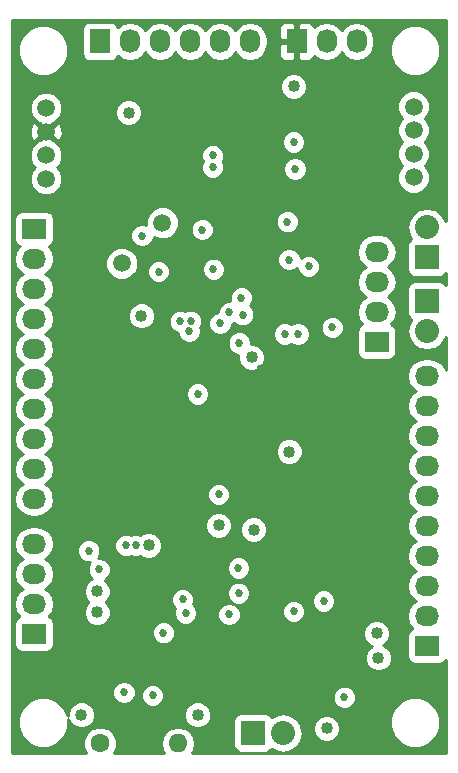
<source format=gbr>
G04 #@! TF.FileFunction,Copper,L3,Inr,Signal*
%FSLAX46Y46*%
G04 Gerber Fmt 4.6, Leading zero omitted, Abs format (unit mm)*
G04 Created by KiCad (PCBNEW 4.0.0-2.201512072331+6194~38~ubuntu14.04.1-stable) date Mon 28 Dec 2015 11:05:04 AM CET*
%MOMM*%
G01*
G04 APERTURE LIST*
%ADD10C,0.100000*%
%ADD11R,2.032000X1.727200*%
%ADD12O,2.032000X1.727200*%
%ADD13R,2.032000X2.032000*%
%ADD14O,2.032000X2.032000*%
%ADD15R,1.727200X2.032000*%
%ADD16O,1.727200X2.032000*%
%ADD17C,1.500000*%
%ADD18C,1.600000*%
%ADD19O,1.600000X1.600000*%
%ADD20C,1.501140*%
%ADD21C,0.685800*%
%ADD22C,1.016000*%
%ADD23C,0.609600*%
%ADD24C,0.254000*%
G04 APERTURE END LIST*
D10*
D11*
X112014000Y-129921000D03*
D12*
X112014000Y-127381000D03*
X112014000Y-124841000D03*
X112014000Y-122301000D03*
X112014000Y-119761000D03*
X112014000Y-117221000D03*
X112014000Y-114681000D03*
X112014000Y-112141000D03*
X112014000Y-109601000D03*
X112014000Y-107061000D03*
D11*
X78740000Y-94615000D03*
D12*
X78740000Y-97155000D03*
X78740000Y-99695000D03*
X78740000Y-102235000D03*
X78740000Y-104775000D03*
X78740000Y-107315000D03*
X78740000Y-109855000D03*
X78740000Y-112395000D03*
X78740000Y-114935000D03*
X78740000Y-117475000D03*
D11*
X107746800Y-104165400D03*
D12*
X107746800Y-101625400D03*
X107746800Y-99085400D03*
X107746800Y-96545400D03*
D13*
X112014000Y-100711000D03*
D14*
X112014000Y-103251000D03*
D11*
X78740000Y-128905000D03*
D12*
X78740000Y-126365000D03*
X78740000Y-123825000D03*
X78740000Y-121285000D03*
D13*
X112014000Y-97028000D03*
D14*
X112014000Y-94488000D03*
D15*
X84328000Y-78740000D03*
D16*
X86868000Y-78740000D03*
X89408000Y-78740000D03*
X91948000Y-78740000D03*
X94488000Y-78740000D03*
X97028000Y-78740000D03*
D17*
X79756000Y-84378000D03*
X79756000Y-86378000D03*
X79756000Y-88378000D03*
X79756000Y-90378000D03*
X110871000Y-90247000D03*
X110871000Y-88247000D03*
X110871000Y-86247000D03*
X110871000Y-84247000D03*
D15*
X100965000Y-78740000D03*
D16*
X103505000Y-78740000D03*
X106045000Y-78740000D03*
D18*
X84330000Y-138176000D03*
D19*
X90930000Y-138176000D03*
D13*
X97282000Y-137287000D03*
D14*
X99822000Y-137287000D03*
D20*
X89610005Y-94082795D03*
X86157995Y-97534805D03*
D21*
X89281000Y-98221800D03*
D22*
X88455500Y-121412000D03*
X107886500Y-130937000D03*
X92583000Y-135763000D03*
X82740500Y-135763000D03*
X97345500Y-120078500D03*
X94361000Y-119697500D03*
X84074000Y-125285500D03*
X86741000Y-84772500D03*
X103505000Y-136906000D03*
X87820500Y-101981000D03*
X100330000Y-113474500D03*
X97155000Y-105473500D03*
D21*
X95275400Y-101676200D03*
X100330000Y-97205800D03*
D22*
X100711000Y-82550000D03*
D21*
X105003600Y-134264400D03*
X100177600Y-94005400D03*
X92979107Y-94672303D03*
X87884000Y-95173800D03*
X88773000Y-134112000D03*
X93929200Y-98018600D03*
X96418400Y-101879400D03*
X94361000Y-117094000D03*
X86360000Y-133858000D03*
X89687400Y-128803400D03*
D22*
X107759500Y-128841500D03*
D21*
X103251000Y-126111000D03*
D22*
X85090000Y-84645500D03*
X91948000Y-84709000D03*
X108204000Y-133540500D03*
X106489500Y-136906000D03*
X95821500Y-111125000D03*
X97790000Y-94170500D03*
X97853500Y-99060000D03*
X98044000Y-106553000D03*
X100711000Y-85090000D03*
D21*
X96037400Y-123317000D03*
X96062800Y-125450600D03*
X96291400Y-100431600D03*
X91105819Y-102429532D03*
X96113600Y-104267000D03*
X92583000Y-108585000D03*
X93853000Y-89408000D03*
X93853000Y-88392000D03*
X99949000Y-103505000D03*
X100711000Y-87249000D03*
X101092000Y-103505000D03*
X100838000Y-89535000D03*
X101981000Y-97790000D03*
X91567000Y-127127000D03*
X92005848Y-102429532D03*
X87376000Y-121412000D03*
X91866663Y-103256107D03*
X83375500Y-121856500D03*
X86487000Y-121412000D03*
D22*
X84074000Y-127063500D03*
D21*
X84251800Y-123444000D03*
X100711000Y-127000000D03*
X91313000Y-125984000D03*
X95250000Y-127254000D03*
X103987600Y-102946200D03*
X94488000Y-102616000D03*
D23*
X95821500Y-111188500D02*
X95885000Y-111188500D01*
X95821500Y-111125000D02*
X95821500Y-111188500D01*
D24*
G36*
X113590000Y-93948341D02*
X113571670Y-93856190D01*
X113213778Y-93320567D01*
X112678155Y-92962675D01*
X112046345Y-92837000D01*
X111981655Y-92837000D01*
X111349845Y-92962675D01*
X110814222Y-93320567D01*
X110456330Y-93856190D01*
X110330655Y-94488000D01*
X110456330Y-95119810D01*
X110683499Y-95459792D01*
X110546559Y-95547910D01*
X110401569Y-95760110D01*
X110350560Y-96012000D01*
X110350560Y-98044000D01*
X110394838Y-98279317D01*
X110533910Y-98495441D01*
X110746110Y-98640431D01*
X110998000Y-98691440D01*
X113030000Y-98691440D01*
X113265317Y-98647162D01*
X113481441Y-98508090D01*
X113590000Y-98349209D01*
X113590000Y-99392607D01*
X113494090Y-99243559D01*
X113281890Y-99098569D01*
X113030000Y-99047560D01*
X110998000Y-99047560D01*
X110762683Y-99091838D01*
X110546559Y-99230910D01*
X110401569Y-99443110D01*
X110350560Y-99695000D01*
X110350560Y-101727000D01*
X110394838Y-101962317D01*
X110533910Y-102178441D01*
X110682837Y-102280198D01*
X110456330Y-102619190D01*
X110330655Y-103251000D01*
X110456330Y-103882810D01*
X110814222Y-104418433D01*
X111349845Y-104776325D01*
X111981655Y-104902000D01*
X112046345Y-104902000D01*
X112678155Y-104776325D01*
X113213778Y-104418433D01*
X113571670Y-103882810D01*
X113590000Y-103790659D01*
X113590000Y-106521340D01*
X113583271Y-106487511D01*
X113258415Y-106001330D01*
X112772234Y-105676474D01*
X112198745Y-105562400D01*
X111829255Y-105562400D01*
X111255766Y-105676474D01*
X110769585Y-106001330D01*
X110444729Y-106487511D01*
X110330655Y-107061000D01*
X110444729Y-107634489D01*
X110769585Y-108120670D01*
X111084366Y-108331000D01*
X110769585Y-108541330D01*
X110444729Y-109027511D01*
X110330655Y-109601000D01*
X110444729Y-110174489D01*
X110769585Y-110660670D01*
X111084366Y-110871000D01*
X110769585Y-111081330D01*
X110444729Y-111567511D01*
X110330655Y-112141000D01*
X110444729Y-112714489D01*
X110769585Y-113200670D01*
X111084366Y-113411000D01*
X110769585Y-113621330D01*
X110444729Y-114107511D01*
X110330655Y-114681000D01*
X110444729Y-115254489D01*
X110769585Y-115740670D01*
X111084366Y-115951000D01*
X110769585Y-116161330D01*
X110444729Y-116647511D01*
X110330655Y-117221000D01*
X110444729Y-117794489D01*
X110769585Y-118280670D01*
X111084366Y-118491000D01*
X110769585Y-118701330D01*
X110444729Y-119187511D01*
X110330655Y-119761000D01*
X110444729Y-120334489D01*
X110769585Y-120820670D01*
X111084366Y-121031000D01*
X110769585Y-121241330D01*
X110444729Y-121727511D01*
X110330655Y-122301000D01*
X110444729Y-122874489D01*
X110769585Y-123360670D01*
X111084366Y-123571000D01*
X110769585Y-123781330D01*
X110444729Y-124267511D01*
X110330655Y-124841000D01*
X110444729Y-125414489D01*
X110769585Y-125900670D01*
X111084366Y-126111000D01*
X110769585Y-126321330D01*
X110444729Y-126807511D01*
X110330655Y-127381000D01*
X110444729Y-127954489D01*
X110769585Y-128440670D01*
X110783913Y-128450243D01*
X110762683Y-128454238D01*
X110546559Y-128593310D01*
X110401569Y-128805510D01*
X110350560Y-129057400D01*
X110350560Y-130784600D01*
X110394838Y-131019917D01*
X110533910Y-131236041D01*
X110746110Y-131381031D01*
X110998000Y-131432040D01*
X113030000Y-131432040D01*
X113265317Y-131387762D01*
X113481441Y-131248690D01*
X113590000Y-131089809D01*
X113590000Y-138990000D01*
X92106913Y-138990000D01*
X92283880Y-138725151D01*
X92393113Y-138176000D01*
X92283880Y-137626849D01*
X91972811Y-137161302D01*
X91507264Y-136850233D01*
X90958113Y-136741000D01*
X90901887Y-136741000D01*
X90352736Y-136850233D01*
X89887189Y-137161302D01*
X89576120Y-137626849D01*
X89466887Y-138176000D01*
X89576120Y-138725151D01*
X89753087Y-138990000D01*
X85545747Y-138990000D01*
X85545824Y-138989923D01*
X85764750Y-138462691D01*
X85765248Y-137891813D01*
X85547243Y-137364200D01*
X85143923Y-136960176D01*
X84616691Y-136741250D01*
X84045813Y-136740752D01*
X83518200Y-136958757D01*
X83114176Y-137362077D01*
X82895250Y-137889309D01*
X82894752Y-138460187D01*
X83112757Y-138987800D01*
X83114953Y-138990000D01*
X76910000Y-138990000D01*
X76910000Y-136820815D01*
X77366630Y-136820815D01*
X77690980Y-137605800D01*
X78291041Y-138206909D01*
X79075459Y-138532628D01*
X79924815Y-138533370D01*
X80709800Y-138209020D01*
X81310909Y-137608959D01*
X81636628Y-136824541D01*
X81637273Y-136086097D01*
X81770946Y-136409612D01*
X82092197Y-136731423D01*
X82512146Y-136905801D01*
X82966859Y-136906198D01*
X83387112Y-136732554D01*
X83708923Y-136411303D01*
X83883301Y-135991354D01*
X83883302Y-135989359D01*
X91439802Y-135989359D01*
X91613446Y-136409612D01*
X91934697Y-136731423D01*
X92354646Y-136905801D01*
X92809359Y-136906198D01*
X93229612Y-136732554D01*
X93551423Y-136411303D01*
X93609681Y-136271000D01*
X95618560Y-136271000D01*
X95618560Y-138303000D01*
X95662838Y-138538317D01*
X95801910Y-138754441D01*
X96014110Y-138899431D01*
X96266000Y-138950440D01*
X98298000Y-138950440D01*
X98533317Y-138906162D01*
X98749441Y-138767090D01*
X98851198Y-138618163D01*
X99190190Y-138844670D01*
X99822000Y-138970345D01*
X100453810Y-138844670D01*
X100989433Y-138486778D01*
X101347325Y-137951155D01*
X101473000Y-137319345D01*
X101473000Y-137254655D01*
X101448674Y-137132359D01*
X102361802Y-137132359D01*
X102535446Y-137552612D01*
X102856697Y-137874423D01*
X103276646Y-138048801D01*
X103731359Y-138049198D01*
X104151612Y-137875554D01*
X104473423Y-137554303D01*
X104647801Y-137134354D01*
X104648074Y-136820815D01*
X108862630Y-136820815D01*
X109186980Y-137605800D01*
X109787041Y-138206909D01*
X110571459Y-138532628D01*
X111420815Y-138533370D01*
X112205800Y-138209020D01*
X112806909Y-137608959D01*
X113132628Y-136824541D01*
X113133370Y-135975185D01*
X112809020Y-135190200D01*
X112208959Y-134589091D01*
X111424541Y-134263372D01*
X110575185Y-134262630D01*
X109790200Y-134586980D01*
X109189091Y-135187041D01*
X108863372Y-135971459D01*
X108862630Y-136820815D01*
X104648074Y-136820815D01*
X104648198Y-136679641D01*
X104474554Y-136259388D01*
X104153303Y-135937577D01*
X103733354Y-135763199D01*
X103278641Y-135762802D01*
X102858388Y-135936446D01*
X102536577Y-136257697D01*
X102362199Y-136677646D01*
X102361802Y-137132359D01*
X101448674Y-137132359D01*
X101347325Y-136622845D01*
X100989433Y-136087222D01*
X100453810Y-135729330D01*
X99822000Y-135603655D01*
X99190190Y-135729330D01*
X98850208Y-135956499D01*
X98762090Y-135819559D01*
X98549890Y-135674569D01*
X98298000Y-135623560D01*
X96266000Y-135623560D01*
X96030683Y-135667838D01*
X95814559Y-135806910D01*
X95669569Y-136019110D01*
X95618560Y-136271000D01*
X93609681Y-136271000D01*
X93725801Y-135991354D01*
X93726198Y-135536641D01*
X93552554Y-135116388D01*
X93231303Y-134794577D01*
X92811354Y-134620199D01*
X92356641Y-134619802D01*
X91936388Y-134793446D01*
X91614577Y-135114697D01*
X91440199Y-135534646D01*
X91439802Y-135989359D01*
X83883302Y-135989359D01*
X83883698Y-135536641D01*
X83710054Y-135116388D01*
X83388803Y-134794577D01*
X82968854Y-134620199D01*
X82514141Y-134619802D01*
X82093888Y-134793446D01*
X81772077Y-135114697D01*
X81597699Y-135534646D01*
X81597399Y-135878448D01*
X81313020Y-135190200D01*
X80712959Y-134589091D01*
X79928541Y-134263372D01*
X79079185Y-134262630D01*
X78294200Y-134586980D01*
X77693091Y-135187041D01*
X77367372Y-135971459D01*
X77366630Y-136820815D01*
X76910000Y-136820815D01*
X76910000Y-134051663D01*
X85381931Y-134051663D01*
X85530493Y-134411212D01*
X85805341Y-134686540D01*
X86164630Y-134835730D01*
X86553663Y-134836069D01*
X86913212Y-134687507D01*
X87188540Y-134412659D01*
X87232968Y-134305663D01*
X87794931Y-134305663D01*
X87943493Y-134665212D01*
X88218341Y-134940540D01*
X88577630Y-135089730D01*
X88966663Y-135090069D01*
X89326212Y-134941507D01*
X89601540Y-134666659D01*
X89688156Y-134458063D01*
X104025531Y-134458063D01*
X104174093Y-134817612D01*
X104448941Y-135092940D01*
X104808230Y-135242130D01*
X105197263Y-135242469D01*
X105556812Y-135093907D01*
X105832140Y-134819059D01*
X105981330Y-134459770D01*
X105981669Y-134070737D01*
X105833107Y-133711188D01*
X105558259Y-133435860D01*
X105198970Y-133286670D01*
X104809937Y-133286331D01*
X104450388Y-133434893D01*
X104175060Y-133709741D01*
X104025870Y-134069030D01*
X104025531Y-134458063D01*
X89688156Y-134458063D01*
X89750730Y-134307370D01*
X89751069Y-133918337D01*
X89602507Y-133558788D01*
X89327659Y-133283460D01*
X88968370Y-133134270D01*
X88579337Y-133133931D01*
X88219788Y-133282493D01*
X87944460Y-133557341D01*
X87795270Y-133916630D01*
X87794931Y-134305663D01*
X87232968Y-134305663D01*
X87337730Y-134053370D01*
X87338069Y-133664337D01*
X87189507Y-133304788D01*
X86914659Y-133029460D01*
X86555370Y-132880270D01*
X86166337Y-132879931D01*
X85806788Y-133028493D01*
X85531460Y-133303341D01*
X85382270Y-133662630D01*
X85381931Y-134051663D01*
X76910000Y-134051663D01*
X76910000Y-121285000D01*
X77056655Y-121285000D01*
X77170729Y-121858489D01*
X77495585Y-122344670D01*
X77810366Y-122555000D01*
X77495585Y-122765330D01*
X77170729Y-123251511D01*
X77056655Y-123825000D01*
X77170729Y-124398489D01*
X77495585Y-124884670D01*
X77810366Y-125095000D01*
X77495585Y-125305330D01*
X77170729Y-125791511D01*
X77056655Y-126365000D01*
X77170729Y-126938489D01*
X77495585Y-127424670D01*
X77509913Y-127434243D01*
X77488683Y-127438238D01*
X77272559Y-127577310D01*
X77127569Y-127789510D01*
X77076560Y-128041400D01*
X77076560Y-129768600D01*
X77120838Y-130003917D01*
X77259910Y-130220041D01*
X77472110Y-130365031D01*
X77724000Y-130416040D01*
X79756000Y-130416040D01*
X79991317Y-130371762D01*
X80207441Y-130232690D01*
X80352431Y-130020490D01*
X80403440Y-129768600D01*
X80403440Y-128997063D01*
X88709331Y-128997063D01*
X88857893Y-129356612D01*
X89132741Y-129631940D01*
X89492030Y-129781130D01*
X89881063Y-129781469D01*
X90240612Y-129632907D01*
X90515940Y-129358059D01*
X90636441Y-129067859D01*
X106616302Y-129067859D01*
X106789946Y-129488112D01*
X107111197Y-129809923D01*
X107365531Y-129915532D01*
X107239888Y-129967446D01*
X106918077Y-130288697D01*
X106743699Y-130708646D01*
X106743302Y-131163359D01*
X106916946Y-131583612D01*
X107238197Y-131905423D01*
X107658146Y-132079801D01*
X108112859Y-132080198D01*
X108533112Y-131906554D01*
X108854923Y-131585303D01*
X109029301Y-131165354D01*
X109029698Y-130710641D01*
X108856054Y-130290388D01*
X108534803Y-129968577D01*
X108280469Y-129862968D01*
X108406112Y-129811054D01*
X108727923Y-129489803D01*
X108902301Y-129069854D01*
X108902698Y-128615141D01*
X108729054Y-128194888D01*
X108407803Y-127873077D01*
X107987854Y-127698699D01*
X107533141Y-127698302D01*
X107112888Y-127871946D01*
X106791077Y-128193197D01*
X106616699Y-128613146D01*
X106616302Y-129067859D01*
X90636441Y-129067859D01*
X90665130Y-128998770D01*
X90665469Y-128609737D01*
X90516907Y-128250188D01*
X90242059Y-127974860D01*
X89882770Y-127825670D01*
X89493737Y-127825331D01*
X89134188Y-127973893D01*
X88858860Y-128248741D01*
X88709670Y-128608030D01*
X88709331Y-128997063D01*
X80403440Y-128997063D01*
X80403440Y-128041400D01*
X80359162Y-127806083D01*
X80220090Y-127589959D01*
X80007890Y-127444969D01*
X79966561Y-127436600D01*
X79984415Y-127424670D01*
X80309271Y-126938489D01*
X80423345Y-126365000D01*
X80309271Y-125791511D01*
X79984415Y-125305330D01*
X79669634Y-125095000D01*
X79984415Y-124884670D01*
X80309271Y-124398489D01*
X80423345Y-123825000D01*
X80309271Y-123251511D01*
X79984415Y-122765330D01*
X79669634Y-122555000D01*
X79984415Y-122344670D01*
X80181198Y-122050163D01*
X82397431Y-122050163D01*
X82545993Y-122409712D01*
X82820841Y-122685040D01*
X83180130Y-122834230D01*
X83478207Y-122834490D01*
X83423260Y-122889341D01*
X83274070Y-123248630D01*
X83273731Y-123637663D01*
X83422293Y-123997212D01*
X83649045Y-124224360D01*
X83427388Y-124315946D01*
X83105577Y-124637197D01*
X82931199Y-125057146D01*
X82930802Y-125511859D01*
X83104446Y-125932112D01*
X83346553Y-126174641D01*
X83105577Y-126415197D01*
X82931199Y-126835146D01*
X82930802Y-127289859D01*
X83104446Y-127710112D01*
X83425697Y-128031923D01*
X83845646Y-128206301D01*
X84300359Y-128206698D01*
X84720612Y-128033054D01*
X85042423Y-127711803D01*
X85216801Y-127291854D01*
X85217198Y-126837141D01*
X85043554Y-126416888D01*
X84804746Y-126177663D01*
X90334931Y-126177663D01*
X90483493Y-126537212D01*
X90673861Y-126727912D01*
X90589270Y-126931630D01*
X90588931Y-127320663D01*
X90737493Y-127680212D01*
X91012341Y-127955540D01*
X91371630Y-128104730D01*
X91760663Y-128105069D01*
X92120212Y-127956507D01*
X92395540Y-127681659D01*
X92492703Y-127447663D01*
X94271931Y-127447663D01*
X94420493Y-127807212D01*
X94695341Y-128082540D01*
X95054630Y-128231730D01*
X95443663Y-128232069D01*
X95803212Y-128083507D01*
X96078540Y-127808659D01*
X96227730Y-127449370D01*
X96227952Y-127193663D01*
X99732931Y-127193663D01*
X99881493Y-127553212D01*
X100156341Y-127828540D01*
X100515630Y-127977730D01*
X100904663Y-127978069D01*
X101264212Y-127829507D01*
X101539540Y-127554659D01*
X101688730Y-127195370D01*
X101689069Y-126806337D01*
X101540507Y-126446788D01*
X101398630Y-126304663D01*
X102272931Y-126304663D01*
X102421493Y-126664212D01*
X102696341Y-126939540D01*
X103055630Y-127088730D01*
X103444663Y-127089069D01*
X103804212Y-126940507D01*
X104079540Y-126665659D01*
X104228730Y-126306370D01*
X104229069Y-125917337D01*
X104080507Y-125557788D01*
X103805659Y-125282460D01*
X103446370Y-125133270D01*
X103057337Y-125132931D01*
X102697788Y-125281493D01*
X102422460Y-125556341D01*
X102273270Y-125915630D01*
X102272931Y-126304663D01*
X101398630Y-126304663D01*
X101265659Y-126171460D01*
X100906370Y-126022270D01*
X100517337Y-126021931D01*
X100157788Y-126170493D01*
X99882460Y-126445341D01*
X99733270Y-126804630D01*
X99732931Y-127193663D01*
X96227952Y-127193663D01*
X96228069Y-127060337D01*
X96079507Y-126700788D01*
X95804659Y-126425460D01*
X95445370Y-126276270D01*
X95056337Y-126275931D01*
X94696788Y-126424493D01*
X94421460Y-126699341D01*
X94272270Y-127058630D01*
X94271931Y-127447663D01*
X92492703Y-127447663D01*
X92544730Y-127322370D01*
X92545069Y-126933337D01*
X92396507Y-126573788D01*
X92206139Y-126383088D01*
X92290730Y-126179370D01*
X92291069Y-125790337D01*
X92230713Y-125644263D01*
X95084731Y-125644263D01*
X95233293Y-126003812D01*
X95508141Y-126279140D01*
X95867430Y-126428330D01*
X96256463Y-126428669D01*
X96616012Y-126280107D01*
X96891340Y-126005259D01*
X97040530Y-125645970D01*
X97040869Y-125256937D01*
X96892307Y-124897388D01*
X96617459Y-124622060D01*
X96258170Y-124472870D01*
X95869137Y-124472531D01*
X95509588Y-124621093D01*
X95234260Y-124895941D01*
X95085070Y-125255230D01*
X95084731Y-125644263D01*
X92230713Y-125644263D01*
X92142507Y-125430788D01*
X91867659Y-125155460D01*
X91508370Y-125006270D01*
X91119337Y-125005931D01*
X90759788Y-125154493D01*
X90484460Y-125429341D01*
X90335270Y-125788630D01*
X90334931Y-126177663D01*
X84804746Y-126177663D01*
X84801447Y-126174359D01*
X85042423Y-125933803D01*
X85216801Y-125513854D01*
X85217198Y-125059141D01*
X85043554Y-124638888D01*
X84722303Y-124317077D01*
X84710962Y-124312368D01*
X84805012Y-124273507D01*
X85080340Y-123998659D01*
X85229530Y-123639370D01*
X85229642Y-123510663D01*
X95059331Y-123510663D01*
X95207893Y-123870212D01*
X95482741Y-124145540D01*
X95842030Y-124294730D01*
X96231063Y-124295069D01*
X96590612Y-124146507D01*
X96865940Y-123871659D01*
X97015130Y-123512370D01*
X97015469Y-123123337D01*
X96866907Y-122763788D01*
X96592059Y-122488460D01*
X96232770Y-122339270D01*
X95843737Y-122338931D01*
X95484188Y-122487493D01*
X95208860Y-122762341D01*
X95059670Y-123121630D01*
X95059331Y-123510663D01*
X85229642Y-123510663D01*
X85229869Y-123250337D01*
X85081307Y-122890788D01*
X84806459Y-122615460D01*
X84447170Y-122466270D01*
X84149093Y-122466010D01*
X84204040Y-122411159D01*
X84353230Y-122051870D01*
X84353569Y-121662837D01*
X84329946Y-121605663D01*
X85508931Y-121605663D01*
X85657493Y-121965212D01*
X85932341Y-122240540D01*
X86291630Y-122389730D01*
X86680663Y-122390069D01*
X86931673Y-122286354D01*
X87180630Y-122389730D01*
X87569663Y-122390069D01*
X87744649Y-122317766D01*
X87807197Y-122380423D01*
X88227146Y-122554801D01*
X88681859Y-122555198D01*
X89102112Y-122381554D01*
X89423923Y-122060303D01*
X89598301Y-121640354D01*
X89598698Y-121185641D01*
X89425054Y-120765388D01*
X89103803Y-120443577D01*
X88683854Y-120269199D01*
X88229141Y-120268802D01*
X87808888Y-120442446D01*
X87744898Y-120506325D01*
X87571370Y-120434270D01*
X87182337Y-120433931D01*
X86931327Y-120537646D01*
X86682370Y-120434270D01*
X86293337Y-120433931D01*
X85933788Y-120582493D01*
X85658460Y-120857341D01*
X85509270Y-121216630D01*
X85508931Y-121605663D01*
X84329946Y-121605663D01*
X84205007Y-121303288D01*
X83930159Y-121027960D01*
X83570870Y-120878770D01*
X83181837Y-120878431D01*
X82822288Y-121026993D01*
X82546960Y-121301841D01*
X82397770Y-121661130D01*
X82397431Y-122050163D01*
X80181198Y-122050163D01*
X80309271Y-121858489D01*
X80423345Y-121285000D01*
X80309271Y-120711511D01*
X79984415Y-120225330D01*
X79533233Y-119923859D01*
X93217802Y-119923859D01*
X93391446Y-120344112D01*
X93712697Y-120665923D01*
X94132646Y-120840301D01*
X94587359Y-120840698D01*
X95007612Y-120667054D01*
X95329423Y-120345803D01*
X95346424Y-120304859D01*
X96202302Y-120304859D01*
X96375946Y-120725112D01*
X96697197Y-121046923D01*
X97117146Y-121221301D01*
X97571859Y-121221698D01*
X97992112Y-121048054D01*
X98313923Y-120726803D01*
X98488301Y-120306854D01*
X98488698Y-119852141D01*
X98315054Y-119431888D01*
X97993803Y-119110077D01*
X97573854Y-118935699D01*
X97119141Y-118935302D01*
X96698888Y-119108946D01*
X96377077Y-119430197D01*
X96202699Y-119850146D01*
X96202302Y-120304859D01*
X95346424Y-120304859D01*
X95503801Y-119925854D01*
X95504198Y-119471141D01*
X95330554Y-119050888D01*
X95009303Y-118729077D01*
X94589354Y-118554699D01*
X94134641Y-118554302D01*
X93714388Y-118727946D01*
X93392577Y-119049197D01*
X93218199Y-119469146D01*
X93217802Y-119923859D01*
X79533233Y-119923859D01*
X79498234Y-119900474D01*
X78924745Y-119786400D01*
X78555255Y-119786400D01*
X77981766Y-119900474D01*
X77495585Y-120225330D01*
X77170729Y-120711511D01*
X77056655Y-121285000D01*
X76910000Y-121285000D01*
X76910000Y-97155000D01*
X77056655Y-97155000D01*
X77170729Y-97728489D01*
X77495585Y-98214670D01*
X77810366Y-98425000D01*
X77495585Y-98635330D01*
X77170729Y-99121511D01*
X77056655Y-99695000D01*
X77170729Y-100268489D01*
X77495585Y-100754670D01*
X77810366Y-100965000D01*
X77495585Y-101175330D01*
X77170729Y-101661511D01*
X77056655Y-102235000D01*
X77170729Y-102808489D01*
X77495585Y-103294670D01*
X77810366Y-103505000D01*
X77495585Y-103715330D01*
X77170729Y-104201511D01*
X77056655Y-104775000D01*
X77170729Y-105348489D01*
X77495585Y-105834670D01*
X77810366Y-106045000D01*
X77495585Y-106255330D01*
X77170729Y-106741511D01*
X77056655Y-107315000D01*
X77170729Y-107888489D01*
X77495585Y-108374670D01*
X77810366Y-108585000D01*
X77495585Y-108795330D01*
X77170729Y-109281511D01*
X77056655Y-109855000D01*
X77170729Y-110428489D01*
X77495585Y-110914670D01*
X77810366Y-111125000D01*
X77495585Y-111335330D01*
X77170729Y-111821511D01*
X77056655Y-112395000D01*
X77170729Y-112968489D01*
X77495585Y-113454670D01*
X77810366Y-113665000D01*
X77495585Y-113875330D01*
X77170729Y-114361511D01*
X77056655Y-114935000D01*
X77170729Y-115508489D01*
X77495585Y-115994670D01*
X77810366Y-116205000D01*
X77495585Y-116415330D01*
X77170729Y-116901511D01*
X77056655Y-117475000D01*
X77170729Y-118048489D01*
X77495585Y-118534670D01*
X77981766Y-118859526D01*
X78555255Y-118973600D01*
X78924745Y-118973600D01*
X79498234Y-118859526D01*
X79984415Y-118534670D01*
X80309271Y-118048489D01*
X80423345Y-117475000D01*
X80386082Y-117287663D01*
X93382931Y-117287663D01*
X93531493Y-117647212D01*
X93806341Y-117922540D01*
X94165630Y-118071730D01*
X94554663Y-118072069D01*
X94914212Y-117923507D01*
X95189540Y-117648659D01*
X95338730Y-117289370D01*
X95339069Y-116900337D01*
X95190507Y-116540788D01*
X94915659Y-116265460D01*
X94556370Y-116116270D01*
X94167337Y-116115931D01*
X93807788Y-116264493D01*
X93532460Y-116539341D01*
X93383270Y-116898630D01*
X93382931Y-117287663D01*
X80386082Y-117287663D01*
X80309271Y-116901511D01*
X79984415Y-116415330D01*
X79669634Y-116205000D01*
X79984415Y-115994670D01*
X80309271Y-115508489D01*
X80423345Y-114935000D01*
X80309271Y-114361511D01*
X79984415Y-113875330D01*
X79723301Y-113700859D01*
X99186802Y-113700859D01*
X99360446Y-114121112D01*
X99681697Y-114442923D01*
X100101646Y-114617301D01*
X100556359Y-114617698D01*
X100976612Y-114444054D01*
X101298423Y-114122803D01*
X101472801Y-113702854D01*
X101473198Y-113248141D01*
X101299554Y-112827888D01*
X100978303Y-112506077D01*
X100558354Y-112331699D01*
X100103641Y-112331302D01*
X99683388Y-112504946D01*
X99361577Y-112826197D01*
X99187199Y-113246146D01*
X99186802Y-113700859D01*
X79723301Y-113700859D01*
X79669634Y-113665000D01*
X79984415Y-113454670D01*
X80309271Y-112968489D01*
X80423345Y-112395000D01*
X80309271Y-111821511D01*
X79984415Y-111335330D01*
X79669634Y-111125000D01*
X79984415Y-110914670D01*
X80309271Y-110428489D01*
X80423345Y-109855000D01*
X80309271Y-109281511D01*
X79984415Y-108795330D01*
X79959472Y-108778663D01*
X91604931Y-108778663D01*
X91753493Y-109138212D01*
X92028341Y-109413540D01*
X92387630Y-109562730D01*
X92776663Y-109563069D01*
X93136212Y-109414507D01*
X93411540Y-109139659D01*
X93560730Y-108780370D01*
X93561069Y-108391337D01*
X93412507Y-108031788D01*
X93137659Y-107756460D01*
X92778370Y-107607270D01*
X92389337Y-107606931D01*
X92029788Y-107755493D01*
X91754460Y-108030341D01*
X91605270Y-108389630D01*
X91604931Y-108778663D01*
X79959472Y-108778663D01*
X79669634Y-108585000D01*
X79984415Y-108374670D01*
X80309271Y-107888489D01*
X80423345Y-107315000D01*
X80309271Y-106741511D01*
X79984415Y-106255330D01*
X79669634Y-106045000D01*
X79984415Y-105834670D01*
X80309271Y-105348489D01*
X80423345Y-104775000D01*
X80360820Y-104460663D01*
X95135531Y-104460663D01*
X95284093Y-104820212D01*
X95558941Y-105095540D01*
X95918230Y-105244730D01*
X96012338Y-105244812D01*
X96012199Y-105245146D01*
X96011802Y-105699859D01*
X96185446Y-106120112D01*
X96506697Y-106441923D01*
X96926646Y-106616301D01*
X97381359Y-106616698D01*
X97801612Y-106443054D01*
X98123423Y-106121803D01*
X98297801Y-105701854D01*
X98298198Y-105247141D01*
X98124554Y-104826888D01*
X97803303Y-104505077D01*
X97383354Y-104330699D01*
X97091445Y-104330444D01*
X97091669Y-104073337D01*
X96943107Y-103713788D01*
X96928009Y-103698663D01*
X98970931Y-103698663D01*
X99119493Y-104058212D01*
X99394341Y-104333540D01*
X99753630Y-104482730D01*
X100142663Y-104483069D01*
X100502212Y-104334507D01*
X100520291Y-104316460D01*
X100537341Y-104333540D01*
X100896630Y-104482730D01*
X101285663Y-104483069D01*
X101645212Y-104334507D01*
X101920540Y-104059659D01*
X102069730Y-103700370D01*
X102070069Y-103311337D01*
X101999218Y-103139863D01*
X103009531Y-103139863D01*
X103158093Y-103499412D01*
X103432941Y-103774740D01*
X103792230Y-103923930D01*
X104181263Y-103924269D01*
X104540812Y-103775707D01*
X104816140Y-103500859D01*
X104965330Y-103141570D01*
X104965669Y-102752537D01*
X104817107Y-102392988D01*
X104542259Y-102117660D01*
X104182970Y-101968470D01*
X103793937Y-101968131D01*
X103434388Y-102116693D01*
X103159060Y-102391541D01*
X103009870Y-102750830D01*
X103009531Y-103139863D01*
X101999218Y-103139863D01*
X101921507Y-102951788D01*
X101646659Y-102676460D01*
X101287370Y-102527270D01*
X100898337Y-102526931D01*
X100538788Y-102675493D01*
X100520709Y-102693540D01*
X100503659Y-102676460D01*
X100144370Y-102527270D01*
X99755337Y-102526931D01*
X99395788Y-102675493D01*
X99120460Y-102950341D01*
X98971270Y-103309630D01*
X98970931Y-103698663D01*
X96928009Y-103698663D01*
X96668259Y-103438460D01*
X96308970Y-103289270D01*
X95919937Y-103288931D01*
X95560388Y-103437493D01*
X95285060Y-103712341D01*
X95135870Y-104071630D01*
X95135531Y-104460663D01*
X80360820Y-104460663D01*
X80309271Y-104201511D01*
X79984415Y-103715330D01*
X79669634Y-103505000D01*
X79984415Y-103294670D01*
X80309271Y-102808489D01*
X80423345Y-102235000D01*
X80417847Y-102207359D01*
X86677302Y-102207359D01*
X86850946Y-102627612D01*
X87172197Y-102949423D01*
X87592146Y-103123801D01*
X88046859Y-103124198D01*
X88467112Y-102950554D01*
X88788923Y-102629303D01*
X88791459Y-102623195D01*
X90127750Y-102623195D01*
X90276312Y-102982744D01*
X90551160Y-103258072D01*
X90888639Y-103398206D01*
X90888594Y-103449770D01*
X91037156Y-103809319D01*
X91312004Y-104084647D01*
X91671293Y-104233837D01*
X92060326Y-104234176D01*
X92419875Y-104085614D01*
X92695203Y-103810766D01*
X92844393Y-103451477D01*
X92844732Y-103062444D01*
X92818820Y-102999732D01*
X92834388Y-102984191D01*
X92906858Y-102809663D01*
X93509931Y-102809663D01*
X93658493Y-103169212D01*
X93933341Y-103444540D01*
X94292630Y-103593730D01*
X94681663Y-103594069D01*
X95041212Y-103445507D01*
X95316540Y-103170659D01*
X95465730Y-102811370D01*
X95465867Y-102654266D01*
X95469063Y-102654269D01*
X95710555Y-102554487D01*
X95863741Y-102707940D01*
X96223030Y-102857130D01*
X96612063Y-102857469D01*
X96971612Y-102708907D01*
X97246940Y-102434059D01*
X97396130Y-102074770D01*
X97396469Y-101685737D01*
X97247907Y-101326188D01*
X97014071Y-101091944D01*
X97119940Y-100986259D01*
X97269130Y-100626970D01*
X97269469Y-100237937D01*
X97120907Y-99878388D01*
X96846059Y-99603060D01*
X96486770Y-99453870D01*
X96097737Y-99453531D01*
X95738188Y-99602093D01*
X95462860Y-99876941D01*
X95313670Y-100236230D01*
X95313331Y-100625263D01*
X95343534Y-100698359D01*
X95081737Y-100698131D01*
X94722188Y-100846693D01*
X94446860Y-101121541D01*
X94297670Y-101480830D01*
X94297533Y-101637934D01*
X94294337Y-101637931D01*
X93934788Y-101786493D01*
X93659460Y-102061341D01*
X93510270Y-102420630D01*
X93509931Y-102809663D01*
X92906858Y-102809663D01*
X92983578Y-102624902D01*
X92983917Y-102235869D01*
X92835355Y-101876320D01*
X92560507Y-101600992D01*
X92201218Y-101451802D01*
X91812185Y-101451463D01*
X91555646Y-101557462D01*
X91301189Y-101451802D01*
X90912156Y-101451463D01*
X90552607Y-101600025D01*
X90277279Y-101874873D01*
X90128089Y-102234162D01*
X90127750Y-102623195D01*
X88791459Y-102623195D01*
X88963301Y-102209354D01*
X88963698Y-101754641D01*
X88790054Y-101334388D01*
X88468803Y-101012577D01*
X88048854Y-100838199D01*
X87594141Y-100837802D01*
X87173888Y-101011446D01*
X86852077Y-101332697D01*
X86677699Y-101752646D01*
X86677302Y-102207359D01*
X80417847Y-102207359D01*
X80309271Y-101661511D01*
X79984415Y-101175330D01*
X79669634Y-100965000D01*
X79984415Y-100754670D01*
X80309271Y-100268489D01*
X80423345Y-99695000D01*
X80309271Y-99121511D01*
X79984415Y-98635330D01*
X79669634Y-98425000D01*
X79984415Y-98214670D01*
X80255339Y-97809203D01*
X84772185Y-97809203D01*
X84982681Y-98318642D01*
X85372108Y-98708749D01*
X85881179Y-98920134D01*
X86432393Y-98920615D01*
X86941832Y-98710119D01*
X87237002Y-98415463D01*
X88302931Y-98415463D01*
X88451493Y-98775012D01*
X88726341Y-99050340D01*
X89085630Y-99199530D01*
X89474663Y-99199869D01*
X89834212Y-99051307D01*
X90109540Y-98776459D01*
X90258730Y-98417170D01*
X90258908Y-98212263D01*
X92951131Y-98212263D01*
X93099693Y-98571812D01*
X93374541Y-98847140D01*
X93733830Y-98996330D01*
X94122863Y-98996669D01*
X94482412Y-98848107D01*
X94757740Y-98573259D01*
X94906930Y-98213970D01*
X94907269Y-97824937D01*
X94758707Y-97465388D01*
X94692897Y-97399463D01*
X99351931Y-97399463D01*
X99500493Y-97759012D01*
X99775341Y-98034340D01*
X100134630Y-98183530D01*
X100523663Y-98183869D01*
X100883212Y-98035307D01*
X101002990Y-97915738D01*
X101002931Y-97983663D01*
X101151493Y-98343212D01*
X101426341Y-98618540D01*
X101785630Y-98767730D01*
X102174663Y-98768069D01*
X102534212Y-98619507D01*
X102809540Y-98344659D01*
X102958730Y-97985370D01*
X102959069Y-97596337D01*
X102810507Y-97236788D01*
X102535659Y-96961460D01*
X102176370Y-96812270D01*
X101787337Y-96811931D01*
X101427788Y-96960493D01*
X101308010Y-97080062D01*
X101308069Y-97012137D01*
X101159507Y-96652588D01*
X101052506Y-96545400D01*
X106063455Y-96545400D01*
X106177529Y-97118889D01*
X106502385Y-97605070D01*
X106817166Y-97815400D01*
X106502385Y-98025730D01*
X106177529Y-98511911D01*
X106063455Y-99085400D01*
X106177529Y-99658889D01*
X106502385Y-100145070D01*
X106817166Y-100355400D01*
X106502385Y-100565730D01*
X106177529Y-101051911D01*
X106063455Y-101625400D01*
X106177529Y-102198889D01*
X106502385Y-102685070D01*
X106516713Y-102694643D01*
X106495483Y-102698638D01*
X106279359Y-102837710D01*
X106134369Y-103049910D01*
X106083360Y-103301800D01*
X106083360Y-105029000D01*
X106127638Y-105264317D01*
X106266710Y-105480441D01*
X106478910Y-105625431D01*
X106730800Y-105676440D01*
X108762800Y-105676440D01*
X108998117Y-105632162D01*
X109214241Y-105493090D01*
X109359231Y-105280890D01*
X109410240Y-105029000D01*
X109410240Y-103301800D01*
X109365962Y-103066483D01*
X109226890Y-102850359D01*
X109014690Y-102705369D01*
X108973361Y-102697000D01*
X108991215Y-102685070D01*
X109316071Y-102198889D01*
X109430145Y-101625400D01*
X109316071Y-101051911D01*
X108991215Y-100565730D01*
X108676434Y-100355400D01*
X108991215Y-100145070D01*
X109316071Y-99658889D01*
X109430145Y-99085400D01*
X109316071Y-98511911D01*
X108991215Y-98025730D01*
X108676434Y-97815400D01*
X108991215Y-97605070D01*
X109316071Y-97118889D01*
X109430145Y-96545400D01*
X109316071Y-95971911D01*
X108991215Y-95485730D01*
X108505034Y-95160874D01*
X107931545Y-95046800D01*
X107562055Y-95046800D01*
X106988566Y-95160874D01*
X106502385Y-95485730D01*
X106177529Y-95971911D01*
X106063455Y-96545400D01*
X101052506Y-96545400D01*
X100884659Y-96377260D01*
X100525370Y-96228070D01*
X100136337Y-96227731D01*
X99776788Y-96376293D01*
X99501460Y-96651141D01*
X99352270Y-97010430D01*
X99351931Y-97399463D01*
X94692897Y-97399463D01*
X94483859Y-97190060D01*
X94124570Y-97040870D01*
X93735537Y-97040531D01*
X93375988Y-97189093D01*
X93100660Y-97463941D01*
X92951470Y-97823230D01*
X92951131Y-98212263D01*
X90258908Y-98212263D01*
X90259069Y-98028137D01*
X90110507Y-97668588D01*
X89835659Y-97393260D01*
X89476370Y-97244070D01*
X89087337Y-97243731D01*
X88727788Y-97392293D01*
X88452460Y-97667141D01*
X88303270Y-98026430D01*
X88302931Y-98415463D01*
X87237002Y-98415463D01*
X87331939Y-98320692D01*
X87543324Y-97811621D01*
X87543805Y-97260407D01*
X87333309Y-96750968D01*
X86943882Y-96360861D01*
X86434811Y-96149476D01*
X85883597Y-96148995D01*
X85374158Y-96359491D01*
X84984051Y-96748918D01*
X84772666Y-97257989D01*
X84772185Y-97809203D01*
X80255339Y-97809203D01*
X80309271Y-97728489D01*
X80423345Y-97155000D01*
X80309271Y-96581511D01*
X79984415Y-96095330D01*
X79970087Y-96085757D01*
X79991317Y-96081762D01*
X80207441Y-95942690D01*
X80352431Y-95730490D01*
X80403440Y-95478600D01*
X80403440Y-95367463D01*
X86905931Y-95367463D01*
X87054493Y-95727012D01*
X87329341Y-96002340D01*
X87688630Y-96151530D01*
X88077663Y-96151869D01*
X88437212Y-96003307D01*
X88712540Y-95728459D01*
X88861730Y-95369170D01*
X88861814Y-95272392D01*
X89333189Y-95468124D01*
X89884403Y-95468605D01*
X90393842Y-95258109D01*
X90783949Y-94868682D01*
X90785076Y-94865966D01*
X92001038Y-94865966D01*
X92149600Y-95225515D01*
X92424448Y-95500843D01*
X92783737Y-95650033D01*
X93172770Y-95650372D01*
X93532319Y-95501810D01*
X93807647Y-95226962D01*
X93956837Y-94867673D01*
X93957176Y-94478640D01*
X93841658Y-94199063D01*
X99199531Y-94199063D01*
X99348093Y-94558612D01*
X99622941Y-94833940D01*
X99982230Y-94983130D01*
X100371263Y-94983469D01*
X100730812Y-94834907D01*
X101006140Y-94560059D01*
X101155330Y-94200770D01*
X101155669Y-93811737D01*
X101007107Y-93452188D01*
X100732259Y-93176860D01*
X100372970Y-93027670D01*
X99983937Y-93027331D01*
X99624388Y-93175893D01*
X99349060Y-93450741D01*
X99199870Y-93810030D01*
X99199531Y-94199063D01*
X93841658Y-94199063D01*
X93808614Y-94119091D01*
X93533766Y-93843763D01*
X93174477Y-93694573D01*
X92785444Y-93694234D01*
X92425895Y-93842796D01*
X92150567Y-94117644D01*
X92001377Y-94476933D01*
X92001038Y-94865966D01*
X90785076Y-94865966D01*
X90995334Y-94359611D01*
X90995815Y-93808397D01*
X90785319Y-93298958D01*
X90395892Y-92908851D01*
X89886821Y-92697466D01*
X89335607Y-92696985D01*
X88826168Y-92907481D01*
X88436061Y-93296908D01*
X88224676Y-93805979D01*
X88224283Y-94256243D01*
X88079370Y-94196070D01*
X87690337Y-94195731D01*
X87330788Y-94344293D01*
X87055460Y-94619141D01*
X86906270Y-94978430D01*
X86905931Y-95367463D01*
X80403440Y-95367463D01*
X80403440Y-93751400D01*
X80359162Y-93516083D01*
X80220090Y-93299959D01*
X80007890Y-93154969D01*
X79756000Y-93103960D01*
X77724000Y-93103960D01*
X77488683Y-93148238D01*
X77272559Y-93287310D01*
X77127569Y-93499510D01*
X77076560Y-93751400D01*
X77076560Y-95478600D01*
X77120838Y-95713917D01*
X77259910Y-95930041D01*
X77472110Y-96075031D01*
X77513439Y-96083400D01*
X77495585Y-96095330D01*
X77170729Y-96581511D01*
X77056655Y-97155000D01*
X76910000Y-97155000D01*
X76910000Y-88652285D01*
X78370760Y-88652285D01*
X78581169Y-89161515D01*
X78797313Y-89378036D01*
X78582539Y-89592436D01*
X78371241Y-90101298D01*
X78370760Y-90652285D01*
X78581169Y-91161515D01*
X78970436Y-91551461D01*
X79479298Y-91762759D01*
X80030285Y-91763240D01*
X80539515Y-91552831D01*
X80929461Y-91163564D01*
X81140759Y-90654702D01*
X81141240Y-90103715D01*
X80930831Y-89594485D01*
X80714687Y-89377964D01*
X80929461Y-89163564D01*
X81140759Y-88654702D01*
X81140819Y-88585663D01*
X92874931Y-88585663D01*
X93004948Y-88900330D01*
X92875270Y-89212630D01*
X92874931Y-89601663D01*
X93023493Y-89961212D01*
X93298341Y-90236540D01*
X93657630Y-90385730D01*
X94046663Y-90386069D01*
X94406212Y-90237507D01*
X94681540Y-89962659D01*
X94778703Y-89728663D01*
X99859931Y-89728663D01*
X100008493Y-90088212D01*
X100283341Y-90363540D01*
X100642630Y-90512730D01*
X101031663Y-90513069D01*
X101391212Y-90364507D01*
X101666540Y-90089659D01*
X101815730Y-89730370D01*
X101816069Y-89341337D01*
X101667507Y-88981788D01*
X101392659Y-88706460D01*
X101033370Y-88557270D01*
X100644337Y-88556931D01*
X100284788Y-88705493D01*
X100009460Y-88980341D01*
X99860270Y-89339630D01*
X99859931Y-89728663D01*
X94778703Y-89728663D01*
X94830730Y-89603370D01*
X94831069Y-89214337D01*
X94701052Y-88899670D01*
X94830730Y-88587370D01*
X94831069Y-88198337D01*
X94682507Y-87838788D01*
X94407659Y-87563460D01*
X94116748Y-87442663D01*
X99732931Y-87442663D01*
X99881493Y-87802212D01*
X100156341Y-88077540D01*
X100515630Y-88226730D01*
X100904663Y-88227069D01*
X101264212Y-88078507D01*
X101539540Y-87803659D01*
X101688730Y-87444370D01*
X101689069Y-87055337D01*
X101540507Y-86695788D01*
X101265659Y-86420460D01*
X100906370Y-86271270D01*
X100517337Y-86270931D01*
X100157788Y-86419493D01*
X99882460Y-86694341D01*
X99733270Y-87053630D01*
X99732931Y-87442663D01*
X94116748Y-87442663D01*
X94048370Y-87414270D01*
X93659337Y-87413931D01*
X93299788Y-87562493D01*
X93024460Y-87837341D01*
X92875270Y-88196630D01*
X92874931Y-88585663D01*
X81140819Y-88585663D01*
X81141240Y-88103715D01*
X80930831Y-87594485D01*
X80541564Y-87204539D01*
X80304494Y-87106099D01*
X79756000Y-86557605D01*
X79207572Y-87106033D01*
X78972485Y-87203169D01*
X78582539Y-87592436D01*
X78371241Y-88101298D01*
X78370760Y-88652285D01*
X76910000Y-88652285D01*
X76910000Y-86173171D01*
X78358799Y-86173171D01*
X78386770Y-86723448D01*
X78543540Y-87101923D01*
X78784483Y-87169912D01*
X79576395Y-86378000D01*
X79935605Y-86378000D01*
X80727517Y-87169912D01*
X80968460Y-87101923D01*
X81153201Y-86582829D01*
X81125230Y-86032552D01*
X80968460Y-85654077D01*
X80727517Y-85586088D01*
X79935605Y-86378000D01*
X79576395Y-86378000D01*
X78784483Y-85586088D01*
X78543540Y-85654077D01*
X78358799Y-86173171D01*
X76910000Y-86173171D01*
X76910000Y-84652285D01*
X78370760Y-84652285D01*
X78581169Y-85161515D01*
X78970436Y-85551461D01*
X79207506Y-85649901D01*
X79756000Y-86198395D01*
X80304428Y-85649967D01*
X80539515Y-85552831D01*
X80929461Y-85163564D01*
X80997852Y-84998859D01*
X85597802Y-84998859D01*
X85771446Y-85419112D01*
X86092697Y-85740923D01*
X86512646Y-85915301D01*
X86967359Y-85915698D01*
X87387612Y-85742054D01*
X87709423Y-85420803D01*
X87883801Y-85000854D01*
X87884198Y-84546141D01*
X87873928Y-84521285D01*
X109485760Y-84521285D01*
X109696169Y-85030515D01*
X109912313Y-85247036D01*
X109697539Y-85461436D01*
X109486241Y-85970298D01*
X109485760Y-86521285D01*
X109696169Y-87030515D01*
X109912313Y-87247036D01*
X109697539Y-87461436D01*
X109486241Y-87970298D01*
X109485760Y-88521285D01*
X109696169Y-89030515D01*
X109912313Y-89247036D01*
X109697539Y-89461436D01*
X109486241Y-89970298D01*
X109485760Y-90521285D01*
X109696169Y-91030515D01*
X110085436Y-91420461D01*
X110594298Y-91631759D01*
X111145285Y-91632240D01*
X111654515Y-91421831D01*
X112044461Y-91032564D01*
X112255759Y-90523702D01*
X112256240Y-89972715D01*
X112045831Y-89463485D01*
X111829687Y-89246964D01*
X112044461Y-89032564D01*
X112255759Y-88523702D01*
X112256240Y-87972715D01*
X112045831Y-87463485D01*
X111829687Y-87246964D01*
X112044461Y-87032564D01*
X112255759Y-86523702D01*
X112256240Y-85972715D01*
X112045831Y-85463485D01*
X111829687Y-85246964D01*
X112044461Y-85032564D01*
X112255759Y-84523702D01*
X112256240Y-83972715D01*
X112045831Y-83463485D01*
X111656564Y-83073539D01*
X111147702Y-82862241D01*
X110596715Y-82861760D01*
X110087485Y-83072169D01*
X109697539Y-83461436D01*
X109486241Y-83970298D01*
X109485760Y-84521285D01*
X87873928Y-84521285D01*
X87710554Y-84125888D01*
X87389303Y-83804077D01*
X86969354Y-83629699D01*
X86514641Y-83629302D01*
X86094388Y-83802946D01*
X85772577Y-84124197D01*
X85598199Y-84544146D01*
X85597802Y-84998859D01*
X80997852Y-84998859D01*
X81140759Y-84654702D01*
X81141240Y-84103715D01*
X80930831Y-83594485D01*
X80541564Y-83204539D01*
X80032702Y-82993241D01*
X79481715Y-82992760D01*
X78972485Y-83203169D01*
X78582539Y-83592436D01*
X78371241Y-84101298D01*
X78370760Y-84652285D01*
X76910000Y-84652285D01*
X76910000Y-82776359D01*
X99567802Y-82776359D01*
X99741446Y-83196612D01*
X100062697Y-83518423D01*
X100482646Y-83692801D01*
X100937359Y-83693198D01*
X101357612Y-83519554D01*
X101679423Y-83198303D01*
X101853801Y-82778354D01*
X101854198Y-82323641D01*
X101680554Y-81903388D01*
X101359303Y-81581577D01*
X100939354Y-81407199D01*
X100484641Y-81406802D01*
X100064388Y-81580446D01*
X99742577Y-81901697D01*
X99568199Y-82321646D01*
X99567802Y-82776359D01*
X76910000Y-82776359D01*
X76910000Y-79924815D01*
X77366630Y-79924815D01*
X77690980Y-80709800D01*
X78291041Y-81310909D01*
X79075459Y-81636628D01*
X79924815Y-81637370D01*
X80709800Y-81313020D01*
X81310909Y-80712959D01*
X81636628Y-79928541D01*
X81637370Y-79079185D01*
X81313020Y-78294200D01*
X80743815Y-77724000D01*
X82816960Y-77724000D01*
X82816960Y-79756000D01*
X82861238Y-79991317D01*
X83000310Y-80207441D01*
X83212510Y-80352431D01*
X83464400Y-80403440D01*
X85191600Y-80403440D01*
X85426917Y-80359162D01*
X85643041Y-80220090D01*
X85788031Y-80007890D01*
X85796400Y-79966561D01*
X85808330Y-79984415D01*
X86294511Y-80309271D01*
X86868000Y-80423345D01*
X87441489Y-80309271D01*
X87927670Y-79984415D01*
X88138000Y-79669634D01*
X88348330Y-79984415D01*
X88834511Y-80309271D01*
X89408000Y-80423345D01*
X89981489Y-80309271D01*
X90467670Y-79984415D01*
X90678000Y-79669634D01*
X90888330Y-79984415D01*
X91374511Y-80309271D01*
X91948000Y-80423345D01*
X92521489Y-80309271D01*
X93007670Y-79984415D01*
X93218000Y-79669634D01*
X93428330Y-79984415D01*
X93914511Y-80309271D01*
X94488000Y-80423345D01*
X95061489Y-80309271D01*
X95547670Y-79984415D01*
X95758000Y-79669634D01*
X95968330Y-79984415D01*
X96454511Y-80309271D01*
X97028000Y-80423345D01*
X97601489Y-80309271D01*
X98087670Y-79984415D01*
X98412526Y-79498234D01*
X98506508Y-79025750D01*
X99466400Y-79025750D01*
X99466400Y-79882309D01*
X99563073Y-80115698D01*
X99741701Y-80294327D01*
X99975090Y-80391000D01*
X100679250Y-80391000D01*
X100838000Y-80232250D01*
X100838000Y-78867000D01*
X99625150Y-78867000D01*
X99466400Y-79025750D01*
X98506508Y-79025750D01*
X98526600Y-78924745D01*
X98526600Y-78555255D01*
X98412526Y-77981766D01*
X98155896Y-77597691D01*
X99466400Y-77597691D01*
X99466400Y-78454250D01*
X99625150Y-78613000D01*
X100838000Y-78613000D01*
X100838000Y-77247750D01*
X101092000Y-77247750D01*
X101092000Y-78613000D01*
X101112000Y-78613000D01*
X101112000Y-78867000D01*
X101092000Y-78867000D01*
X101092000Y-80232250D01*
X101250750Y-80391000D01*
X101954910Y-80391000D01*
X102188299Y-80294327D01*
X102366927Y-80115698D01*
X102430500Y-79962220D01*
X102445330Y-79984415D01*
X102931511Y-80309271D01*
X103505000Y-80423345D01*
X104078489Y-80309271D01*
X104564670Y-79984415D01*
X104775000Y-79669634D01*
X104985330Y-79984415D01*
X105471511Y-80309271D01*
X106045000Y-80423345D01*
X106618489Y-80309271D01*
X107104670Y-79984415D01*
X107144493Y-79924815D01*
X108862630Y-79924815D01*
X109186980Y-80709800D01*
X109787041Y-81310909D01*
X110571459Y-81636628D01*
X111420815Y-81637370D01*
X112205800Y-81313020D01*
X112806909Y-80712959D01*
X113132628Y-79928541D01*
X113133370Y-79079185D01*
X112809020Y-78294200D01*
X112208959Y-77693091D01*
X111424541Y-77367372D01*
X110575185Y-77366630D01*
X109790200Y-77690980D01*
X109189091Y-78291041D01*
X108863372Y-79075459D01*
X108862630Y-79924815D01*
X107144493Y-79924815D01*
X107429526Y-79498234D01*
X107543600Y-78924745D01*
X107543600Y-78555255D01*
X107429526Y-77981766D01*
X107104670Y-77495585D01*
X106618489Y-77170729D01*
X106045000Y-77056655D01*
X105471511Y-77170729D01*
X104985330Y-77495585D01*
X104775000Y-77810366D01*
X104564670Y-77495585D01*
X104078489Y-77170729D01*
X103505000Y-77056655D01*
X102931511Y-77170729D01*
X102445330Y-77495585D01*
X102430500Y-77517780D01*
X102366927Y-77364302D01*
X102188299Y-77185673D01*
X101954910Y-77089000D01*
X101250750Y-77089000D01*
X101092000Y-77247750D01*
X100838000Y-77247750D01*
X100679250Y-77089000D01*
X99975090Y-77089000D01*
X99741701Y-77185673D01*
X99563073Y-77364302D01*
X99466400Y-77597691D01*
X98155896Y-77597691D01*
X98087670Y-77495585D01*
X97601489Y-77170729D01*
X97028000Y-77056655D01*
X96454511Y-77170729D01*
X95968330Y-77495585D01*
X95758000Y-77810366D01*
X95547670Y-77495585D01*
X95061489Y-77170729D01*
X94488000Y-77056655D01*
X93914511Y-77170729D01*
X93428330Y-77495585D01*
X93218000Y-77810366D01*
X93007670Y-77495585D01*
X92521489Y-77170729D01*
X91948000Y-77056655D01*
X91374511Y-77170729D01*
X90888330Y-77495585D01*
X90678000Y-77810366D01*
X90467670Y-77495585D01*
X89981489Y-77170729D01*
X89408000Y-77056655D01*
X88834511Y-77170729D01*
X88348330Y-77495585D01*
X88138000Y-77810366D01*
X87927670Y-77495585D01*
X87441489Y-77170729D01*
X86868000Y-77056655D01*
X86294511Y-77170729D01*
X85808330Y-77495585D01*
X85798757Y-77509913D01*
X85794762Y-77488683D01*
X85655690Y-77272559D01*
X85443490Y-77127569D01*
X85191600Y-77076560D01*
X83464400Y-77076560D01*
X83229083Y-77120838D01*
X83012959Y-77259910D01*
X82867969Y-77472110D01*
X82816960Y-77724000D01*
X80743815Y-77724000D01*
X80712959Y-77693091D01*
X79928541Y-77367372D01*
X79079185Y-77366630D01*
X78294200Y-77690980D01*
X77693091Y-78291041D01*
X77367372Y-79075459D01*
X77366630Y-79924815D01*
X76910000Y-79924815D01*
X76910000Y-76910000D01*
X113590000Y-76910000D01*
X113590000Y-93948341D01*
X113590000Y-93948341D01*
G37*
X113590000Y-93948341D02*
X113571670Y-93856190D01*
X113213778Y-93320567D01*
X112678155Y-92962675D01*
X112046345Y-92837000D01*
X111981655Y-92837000D01*
X111349845Y-92962675D01*
X110814222Y-93320567D01*
X110456330Y-93856190D01*
X110330655Y-94488000D01*
X110456330Y-95119810D01*
X110683499Y-95459792D01*
X110546559Y-95547910D01*
X110401569Y-95760110D01*
X110350560Y-96012000D01*
X110350560Y-98044000D01*
X110394838Y-98279317D01*
X110533910Y-98495441D01*
X110746110Y-98640431D01*
X110998000Y-98691440D01*
X113030000Y-98691440D01*
X113265317Y-98647162D01*
X113481441Y-98508090D01*
X113590000Y-98349209D01*
X113590000Y-99392607D01*
X113494090Y-99243559D01*
X113281890Y-99098569D01*
X113030000Y-99047560D01*
X110998000Y-99047560D01*
X110762683Y-99091838D01*
X110546559Y-99230910D01*
X110401569Y-99443110D01*
X110350560Y-99695000D01*
X110350560Y-101727000D01*
X110394838Y-101962317D01*
X110533910Y-102178441D01*
X110682837Y-102280198D01*
X110456330Y-102619190D01*
X110330655Y-103251000D01*
X110456330Y-103882810D01*
X110814222Y-104418433D01*
X111349845Y-104776325D01*
X111981655Y-104902000D01*
X112046345Y-104902000D01*
X112678155Y-104776325D01*
X113213778Y-104418433D01*
X113571670Y-103882810D01*
X113590000Y-103790659D01*
X113590000Y-106521340D01*
X113583271Y-106487511D01*
X113258415Y-106001330D01*
X112772234Y-105676474D01*
X112198745Y-105562400D01*
X111829255Y-105562400D01*
X111255766Y-105676474D01*
X110769585Y-106001330D01*
X110444729Y-106487511D01*
X110330655Y-107061000D01*
X110444729Y-107634489D01*
X110769585Y-108120670D01*
X111084366Y-108331000D01*
X110769585Y-108541330D01*
X110444729Y-109027511D01*
X110330655Y-109601000D01*
X110444729Y-110174489D01*
X110769585Y-110660670D01*
X111084366Y-110871000D01*
X110769585Y-111081330D01*
X110444729Y-111567511D01*
X110330655Y-112141000D01*
X110444729Y-112714489D01*
X110769585Y-113200670D01*
X111084366Y-113411000D01*
X110769585Y-113621330D01*
X110444729Y-114107511D01*
X110330655Y-114681000D01*
X110444729Y-115254489D01*
X110769585Y-115740670D01*
X111084366Y-115951000D01*
X110769585Y-116161330D01*
X110444729Y-116647511D01*
X110330655Y-117221000D01*
X110444729Y-117794489D01*
X110769585Y-118280670D01*
X111084366Y-118491000D01*
X110769585Y-118701330D01*
X110444729Y-119187511D01*
X110330655Y-119761000D01*
X110444729Y-120334489D01*
X110769585Y-120820670D01*
X111084366Y-121031000D01*
X110769585Y-121241330D01*
X110444729Y-121727511D01*
X110330655Y-122301000D01*
X110444729Y-122874489D01*
X110769585Y-123360670D01*
X111084366Y-123571000D01*
X110769585Y-123781330D01*
X110444729Y-124267511D01*
X110330655Y-124841000D01*
X110444729Y-125414489D01*
X110769585Y-125900670D01*
X111084366Y-126111000D01*
X110769585Y-126321330D01*
X110444729Y-126807511D01*
X110330655Y-127381000D01*
X110444729Y-127954489D01*
X110769585Y-128440670D01*
X110783913Y-128450243D01*
X110762683Y-128454238D01*
X110546559Y-128593310D01*
X110401569Y-128805510D01*
X110350560Y-129057400D01*
X110350560Y-130784600D01*
X110394838Y-131019917D01*
X110533910Y-131236041D01*
X110746110Y-131381031D01*
X110998000Y-131432040D01*
X113030000Y-131432040D01*
X113265317Y-131387762D01*
X113481441Y-131248690D01*
X113590000Y-131089809D01*
X113590000Y-138990000D01*
X92106913Y-138990000D01*
X92283880Y-138725151D01*
X92393113Y-138176000D01*
X92283880Y-137626849D01*
X91972811Y-137161302D01*
X91507264Y-136850233D01*
X90958113Y-136741000D01*
X90901887Y-136741000D01*
X90352736Y-136850233D01*
X89887189Y-137161302D01*
X89576120Y-137626849D01*
X89466887Y-138176000D01*
X89576120Y-138725151D01*
X89753087Y-138990000D01*
X85545747Y-138990000D01*
X85545824Y-138989923D01*
X85764750Y-138462691D01*
X85765248Y-137891813D01*
X85547243Y-137364200D01*
X85143923Y-136960176D01*
X84616691Y-136741250D01*
X84045813Y-136740752D01*
X83518200Y-136958757D01*
X83114176Y-137362077D01*
X82895250Y-137889309D01*
X82894752Y-138460187D01*
X83112757Y-138987800D01*
X83114953Y-138990000D01*
X76910000Y-138990000D01*
X76910000Y-136820815D01*
X77366630Y-136820815D01*
X77690980Y-137605800D01*
X78291041Y-138206909D01*
X79075459Y-138532628D01*
X79924815Y-138533370D01*
X80709800Y-138209020D01*
X81310909Y-137608959D01*
X81636628Y-136824541D01*
X81637273Y-136086097D01*
X81770946Y-136409612D01*
X82092197Y-136731423D01*
X82512146Y-136905801D01*
X82966859Y-136906198D01*
X83387112Y-136732554D01*
X83708923Y-136411303D01*
X83883301Y-135991354D01*
X83883302Y-135989359D01*
X91439802Y-135989359D01*
X91613446Y-136409612D01*
X91934697Y-136731423D01*
X92354646Y-136905801D01*
X92809359Y-136906198D01*
X93229612Y-136732554D01*
X93551423Y-136411303D01*
X93609681Y-136271000D01*
X95618560Y-136271000D01*
X95618560Y-138303000D01*
X95662838Y-138538317D01*
X95801910Y-138754441D01*
X96014110Y-138899431D01*
X96266000Y-138950440D01*
X98298000Y-138950440D01*
X98533317Y-138906162D01*
X98749441Y-138767090D01*
X98851198Y-138618163D01*
X99190190Y-138844670D01*
X99822000Y-138970345D01*
X100453810Y-138844670D01*
X100989433Y-138486778D01*
X101347325Y-137951155D01*
X101473000Y-137319345D01*
X101473000Y-137254655D01*
X101448674Y-137132359D01*
X102361802Y-137132359D01*
X102535446Y-137552612D01*
X102856697Y-137874423D01*
X103276646Y-138048801D01*
X103731359Y-138049198D01*
X104151612Y-137875554D01*
X104473423Y-137554303D01*
X104647801Y-137134354D01*
X104648074Y-136820815D01*
X108862630Y-136820815D01*
X109186980Y-137605800D01*
X109787041Y-138206909D01*
X110571459Y-138532628D01*
X111420815Y-138533370D01*
X112205800Y-138209020D01*
X112806909Y-137608959D01*
X113132628Y-136824541D01*
X113133370Y-135975185D01*
X112809020Y-135190200D01*
X112208959Y-134589091D01*
X111424541Y-134263372D01*
X110575185Y-134262630D01*
X109790200Y-134586980D01*
X109189091Y-135187041D01*
X108863372Y-135971459D01*
X108862630Y-136820815D01*
X104648074Y-136820815D01*
X104648198Y-136679641D01*
X104474554Y-136259388D01*
X104153303Y-135937577D01*
X103733354Y-135763199D01*
X103278641Y-135762802D01*
X102858388Y-135936446D01*
X102536577Y-136257697D01*
X102362199Y-136677646D01*
X102361802Y-137132359D01*
X101448674Y-137132359D01*
X101347325Y-136622845D01*
X100989433Y-136087222D01*
X100453810Y-135729330D01*
X99822000Y-135603655D01*
X99190190Y-135729330D01*
X98850208Y-135956499D01*
X98762090Y-135819559D01*
X98549890Y-135674569D01*
X98298000Y-135623560D01*
X96266000Y-135623560D01*
X96030683Y-135667838D01*
X95814559Y-135806910D01*
X95669569Y-136019110D01*
X95618560Y-136271000D01*
X93609681Y-136271000D01*
X93725801Y-135991354D01*
X93726198Y-135536641D01*
X93552554Y-135116388D01*
X93231303Y-134794577D01*
X92811354Y-134620199D01*
X92356641Y-134619802D01*
X91936388Y-134793446D01*
X91614577Y-135114697D01*
X91440199Y-135534646D01*
X91439802Y-135989359D01*
X83883302Y-135989359D01*
X83883698Y-135536641D01*
X83710054Y-135116388D01*
X83388803Y-134794577D01*
X82968854Y-134620199D01*
X82514141Y-134619802D01*
X82093888Y-134793446D01*
X81772077Y-135114697D01*
X81597699Y-135534646D01*
X81597399Y-135878448D01*
X81313020Y-135190200D01*
X80712959Y-134589091D01*
X79928541Y-134263372D01*
X79079185Y-134262630D01*
X78294200Y-134586980D01*
X77693091Y-135187041D01*
X77367372Y-135971459D01*
X77366630Y-136820815D01*
X76910000Y-136820815D01*
X76910000Y-134051663D01*
X85381931Y-134051663D01*
X85530493Y-134411212D01*
X85805341Y-134686540D01*
X86164630Y-134835730D01*
X86553663Y-134836069D01*
X86913212Y-134687507D01*
X87188540Y-134412659D01*
X87232968Y-134305663D01*
X87794931Y-134305663D01*
X87943493Y-134665212D01*
X88218341Y-134940540D01*
X88577630Y-135089730D01*
X88966663Y-135090069D01*
X89326212Y-134941507D01*
X89601540Y-134666659D01*
X89688156Y-134458063D01*
X104025531Y-134458063D01*
X104174093Y-134817612D01*
X104448941Y-135092940D01*
X104808230Y-135242130D01*
X105197263Y-135242469D01*
X105556812Y-135093907D01*
X105832140Y-134819059D01*
X105981330Y-134459770D01*
X105981669Y-134070737D01*
X105833107Y-133711188D01*
X105558259Y-133435860D01*
X105198970Y-133286670D01*
X104809937Y-133286331D01*
X104450388Y-133434893D01*
X104175060Y-133709741D01*
X104025870Y-134069030D01*
X104025531Y-134458063D01*
X89688156Y-134458063D01*
X89750730Y-134307370D01*
X89751069Y-133918337D01*
X89602507Y-133558788D01*
X89327659Y-133283460D01*
X88968370Y-133134270D01*
X88579337Y-133133931D01*
X88219788Y-133282493D01*
X87944460Y-133557341D01*
X87795270Y-133916630D01*
X87794931Y-134305663D01*
X87232968Y-134305663D01*
X87337730Y-134053370D01*
X87338069Y-133664337D01*
X87189507Y-133304788D01*
X86914659Y-133029460D01*
X86555370Y-132880270D01*
X86166337Y-132879931D01*
X85806788Y-133028493D01*
X85531460Y-133303341D01*
X85382270Y-133662630D01*
X85381931Y-134051663D01*
X76910000Y-134051663D01*
X76910000Y-121285000D01*
X77056655Y-121285000D01*
X77170729Y-121858489D01*
X77495585Y-122344670D01*
X77810366Y-122555000D01*
X77495585Y-122765330D01*
X77170729Y-123251511D01*
X77056655Y-123825000D01*
X77170729Y-124398489D01*
X77495585Y-124884670D01*
X77810366Y-125095000D01*
X77495585Y-125305330D01*
X77170729Y-125791511D01*
X77056655Y-126365000D01*
X77170729Y-126938489D01*
X77495585Y-127424670D01*
X77509913Y-127434243D01*
X77488683Y-127438238D01*
X77272559Y-127577310D01*
X77127569Y-127789510D01*
X77076560Y-128041400D01*
X77076560Y-129768600D01*
X77120838Y-130003917D01*
X77259910Y-130220041D01*
X77472110Y-130365031D01*
X77724000Y-130416040D01*
X79756000Y-130416040D01*
X79991317Y-130371762D01*
X80207441Y-130232690D01*
X80352431Y-130020490D01*
X80403440Y-129768600D01*
X80403440Y-128997063D01*
X88709331Y-128997063D01*
X88857893Y-129356612D01*
X89132741Y-129631940D01*
X89492030Y-129781130D01*
X89881063Y-129781469D01*
X90240612Y-129632907D01*
X90515940Y-129358059D01*
X90636441Y-129067859D01*
X106616302Y-129067859D01*
X106789946Y-129488112D01*
X107111197Y-129809923D01*
X107365531Y-129915532D01*
X107239888Y-129967446D01*
X106918077Y-130288697D01*
X106743699Y-130708646D01*
X106743302Y-131163359D01*
X106916946Y-131583612D01*
X107238197Y-131905423D01*
X107658146Y-132079801D01*
X108112859Y-132080198D01*
X108533112Y-131906554D01*
X108854923Y-131585303D01*
X109029301Y-131165354D01*
X109029698Y-130710641D01*
X108856054Y-130290388D01*
X108534803Y-129968577D01*
X108280469Y-129862968D01*
X108406112Y-129811054D01*
X108727923Y-129489803D01*
X108902301Y-129069854D01*
X108902698Y-128615141D01*
X108729054Y-128194888D01*
X108407803Y-127873077D01*
X107987854Y-127698699D01*
X107533141Y-127698302D01*
X107112888Y-127871946D01*
X106791077Y-128193197D01*
X106616699Y-128613146D01*
X106616302Y-129067859D01*
X90636441Y-129067859D01*
X90665130Y-128998770D01*
X90665469Y-128609737D01*
X90516907Y-128250188D01*
X90242059Y-127974860D01*
X89882770Y-127825670D01*
X89493737Y-127825331D01*
X89134188Y-127973893D01*
X88858860Y-128248741D01*
X88709670Y-128608030D01*
X88709331Y-128997063D01*
X80403440Y-128997063D01*
X80403440Y-128041400D01*
X80359162Y-127806083D01*
X80220090Y-127589959D01*
X80007890Y-127444969D01*
X79966561Y-127436600D01*
X79984415Y-127424670D01*
X80309271Y-126938489D01*
X80423345Y-126365000D01*
X80309271Y-125791511D01*
X79984415Y-125305330D01*
X79669634Y-125095000D01*
X79984415Y-124884670D01*
X80309271Y-124398489D01*
X80423345Y-123825000D01*
X80309271Y-123251511D01*
X79984415Y-122765330D01*
X79669634Y-122555000D01*
X79984415Y-122344670D01*
X80181198Y-122050163D01*
X82397431Y-122050163D01*
X82545993Y-122409712D01*
X82820841Y-122685040D01*
X83180130Y-122834230D01*
X83478207Y-122834490D01*
X83423260Y-122889341D01*
X83274070Y-123248630D01*
X83273731Y-123637663D01*
X83422293Y-123997212D01*
X83649045Y-124224360D01*
X83427388Y-124315946D01*
X83105577Y-124637197D01*
X82931199Y-125057146D01*
X82930802Y-125511859D01*
X83104446Y-125932112D01*
X83346553Y-126174641D01*
X83105577Y-126415197D01*
X82931199Y-126835146D01*
X82930802Y-127289859D01*
X83104446Y-127710112D01*
X83425697Y-128031923D01*
X83845646Y-128206301D01*
X84300359Y-128206698D01*
X84720612Y-128033054D01*
X85042423Y-127711803D01*
X85216801Y-127291854D01*
X85217198Y-126837141D01*
X85043554Y-126416888D01*
X84804746Y-126177663D01*
X90334931Y-126177663D01*
X90483493Y-126537212D01*
X90673861Y-126727912D01*
X90589270Y-126931630D01*
X90588931Y-127320663D01*
X90737493Y-127680212D01*
X91012341Y-127955540D01*
X91371630Y-128104730D01*
X91760663Y-128105069D01*
X92120212Y-127956507D01*
X92395540Y-127681659D01*
X92492703Y-127447663D01*
X94271931Y-127447663D01*
X94420493Y-127807212D01*
X94695341Y-128082540D01*
X95054630Y-128231730D01*
X95443663Y-128232069D01*
X95803212Y-128083507D01*
X96078540Y-127808659D01*
X96227730Y-127449370D01*
X96227952Y-127193663D01*
X99732931Y-127193663D01*
X99881493Y-127553212D01*
X100156341Y-127828540D01*
X100515630Y-127977730D01*
X100904663Y-127978069D01*
X101264212Y-127829507D01*
X101539540Y-127554659D01*
X101688730Y-127195370D01*
X101689069Y-126806337D01*
X101540507Y-126446788D01*
X101398630Y-126304663D01*
X102272931Y-126304663D01*
X102421493Y-126664212D01*
X102696341Y-126939540D01*
X103055630Y-127088730D01*
X103444663Y-127089069D01*
X103804212Y-126940507D01*
X104079540Y-126665659D01*
X104228730Y-126306370D01*
X104229069Y-125917337D01*
X104080507Y-125557788D01*
X103805659Y-125282460D01*
X103446370Y-125133270D01*
X103057337Y-125132931D01*
X102697788Y-125281493D01*
X102422460Y-125556341D01*
X102273270Y-125915630D01*
X102272931Y-126304663D01*
X101398630Y-126304663D01*
X101265659Y-126171460D01*
X100906370Y-126022270D01*
X100517337Y-126021931D01*
X100157788Y-126170493D01*
X99882460Y-126445341D01*
X99733270Y-126804630D01*
X99732931Y-127193663D01*
X96227952Y-127193663D01*
X96228069Y-127060337D01*
X96079507Y-126700788D01*
X95804659Y-126425460D01*
X95445370Y-126276270D01*
X95056337Y-126275931D01*
X94696788Y-126424493D01*
X94421460Y-126699341D01*
X94272270Y-127058630D01*
X94271931Y-127447663D01*
X92492703Y-127447663D01*
X92544730Y-127322370D01*
X92545069Y-126933337D01*
X92396507Y-126573788D01*
X92206139Y-126383088D01*
X92290730Y-126179370D01*
X92291069Y-125790337D01*
X92230713Y-125644263D01*
X95084731Y-125644263D01*
X95233293Y-126003812D01*
X95508141Y-126279140D01*
X95867430Y-126428330D01*
X96256463Y-126428669D01*
X96616012Y-126280107D01*
X96891340Y-126005259D01*
X97040530Y-125645970D01*
X97040869Y-125256937D01*
X96892307Y-124897388D01*
X96617459Y-124622060D01*
X96258170Y-124472870D01*
X95869137Y-124472531D01*
X95509588Y-124621093D01*
X95234260Y-124895941D01*
X95085070Y-125255230D01*
X95084731Y-125644263D01*
X92230713Y-125644263D01*
X92142507Y-125430788D01*
X91867659Y-125155460D01*
X91508370Y-125006270D01*
X91119337Y-125005931D01*
X90759788Y-125154493D01*
X90484460Y-125429341D01*
X90335270Y-125788630D01*
X90334931Y-126177663D01*
X84804746Y-126177663D01*
X84801447Y-126174359D01*
X85042423Y-125933803D01*
X85216801Y-125513854D01*
X85217198Y-125059141D01*
X85043554Y-124638888D01*
X84722303Y-124317077D01*
X84710962Y-124312368D01*
X84805012Y-124273507D01*
X85080340Y-123998659D01*
X85229530Y-123639370D01*
X85229642Y-123510663D01*
X95059331Y-123510663D01*
X95207893Y-123870212D01*
X95482741Y-124145540D01*
X95842030Y-124294730D01*
X96231063Y-124295069D01*
X96590612Y-124146507D01*
X96865940Y-123871659D01*
X97015130Y-123512370D01*
X97015469Y-123123337D01*
X96866907Y-122763788D01*
X96592059Y-122488460D01*
X96232770Y-122339270D01*
X95843737Y-122338931D01*
X95484188Y-122487493D01*
X95208860Y-122762341D01*
X95059670Y-123121630D01*
X95059331Y-123510663D01*
X85229642Y-123510663D01*
X85229869Y-123250337D01*
X85081307Y-122890788D01*
X84806459Y-122615460D01*
X84447170Y-122466270D01*
X84149093Y-122466010D01*
X84204040Y-122411159D01*
X84353230Y-122051870D01*
X84353569Y-121662837D01*
X84329946Y-121605663D01*
X85508931Y-121605663D01*
X85657493Y-121965212D01*
X85932341Y-122240540D01*
X86291630Y-122389730D01*
X86680663Y-122390069D01*
X86931673Y-122286354D01*
X87180630Y-122389730D01*
X87569663Y-122390069D01*
X87744649Y-122317766D01*
X87807197Y-122380423D01*
X88227146Y-122554801D01*
X88681859Y-122555198D01*
X89102112Y-122381554D01*
X89423923Y-122060303D01*
X89598301Y-121640354D01*
X89598698Y-121185641D01*
X89425054Y-120765388D01*
X89103803Y-120443577D01*
X88683854Y-120269199D01*
X88229141Y-120268802D01*
X87808888Y-120442446D01*
X87744898Y-120506325D01*
X87571370Y-120434270D01*
X87182337Y-120433931D01*
X86931327Y-120537646D01*
X86682370Y-120434270D01*
X86293337Y-120433931D01*
X85933788Y-120582493D01*
X85658460Y-120857341D01*
X85509270Y-121216630D01*
X85508931Y-121605663D01*
X84329946Y-121605663D01*
X84205007Y-121303288D01*
X83930159Y-121027960D01*
X83570870Y-120878770D01*
X83181837Y-120878431D01*
X82822288Y-121026993D01*
X82546960Y-121301841D01*
X82397770Y-121661130D01*
X82397431Y-122050163D01*
X80181198Y-122050163D01*
X80309271Y-121858489D01*
X80423345Y-121285000D01*
X80309271Y-120711511D01*
X79984415Y-120225330D01*
X79533233Y-119923859D01*
X93217802Y-119923859D01*
X93391446Y-120344112D01*
X93712697Y-120665923D01*
X94132646Y-120840301D01*
X94587359Y-120840698D01*
X95007612Y-120667054D01*
X95329423Y-120345803D01*
X95346424Y-120304859D01*
X96202302Y-120304859D01*
X96375946Y-120725112D01*
X96697197Y-121046923D01*
X97117146Y-121221301D01*
X97571859Y-121221698D01*
X97992112Y-121048054D01*
X98313923Y-120726803D01*
X98488301Y-120306854D01*
X98488698Y-119852141D01*
X98315054Y-119431888D01*
X97993803Y-119110077D01*
X97573854Y-118935699D01*
X97119141Y-118935302D01*
X96698888Y-119108946D01*
X96377077Y-119430197D01*
X96202699Y-119850146D01*
X96202302Y-120304859D01*
X95346424Y-120304859D01*
X95503801Y-119925854D01*
X95504198Y-119471141D01*
X95330554Y-119050888D01*
X95009303Y-118729077D01*
X94589354Y-118554699D01*
X94134641Y-118554302D01*
X93714388Y-118727946D01*
X93392577Y-119049197D01*
X93218199Y-119469146D01*
X93217802Y-119923859D01*
X79533233Y-119923859D01*
X79498234Y-119900474D01*
X78924745Y-119786400D01*
X78555255Y-119786400D01*
X77981766Y-119900474D01*
X77495585Y-120225330D01*
X77170729Y-120711511D01*
X77056655Y-121285000D01*
X76910000Y-121285000D01*
X76910000Y-97155000D01*
X77056655Y-97155000D01*
X77170729Y-97728489D01*
X77495585Y-98214670D01*
X77810366Y-98425000D01*
X77495585Y-98635330D01*
X77170729Y-99121511D01*
X77056655Y-99695000D01*
X77170729Y-100268489D01*
X77495585Y-100754670D01*
X77810366Y-100965000D01*
X77495585Y-101175330D01*
X77170729Y-101661511D01*
X77056655Y-102235000D01*
X77170729Y-102808489D01*
X77495585Y-103294670D01*
X77810366Y-103505000D01*
X77495585Y-103715330D01*
X77170729Y-104201511D01*
X77056655Y-104775000D01*
X77170729Y-105348489D01*
X77495585Y-105834670D01*
X77810366Y-106045000D01*
X77495585Y-106255330D01*
X77170729Y-106741511D01*
X77056655Y-107315000D01*
X77170729Y-107888489D01*
X77495585Y-108374670D01*
X77810366Y-108585000D01*
X77495585Y-108795330D01*
X77170729Y-109281511D01*
X77056655Y-109855000D01*
X77170729Y-110428489D01*
X77495585Y-110914670D01*
X77810366Y-111125000D01*
X77495585Y-111335330D01*
X77170729Y-111821511D01*
X77056655Y-112395000D01*
X77170729Y-112968489D01*
X77495585Y-113454670D01*
X77810366Y-113665000D01*
X77495585Y-113875330D01*
X77170729Y-114361511D01*
X77056655Y-114935000D01*
X77170729Y-115508489D01*
X77495585Y-115994670D01*
X77810366Y-116205000D01*
X77495585Y-116415330D01*
X77170729Y-116901511D01*
X77056655Y-117475000D01*
X77170729Y-118048489D01*
X77495585Y-118534670D01*
X77981766Y-118859526D01*
X78555255Y-118973600D01*
X78924745Y-118973600D01*
X79498234Y-118859526D01*
X79984415Y-118534670D01*
X80309271Y-118048489D01*
X80423345Y-117475000D01*
X80386082Y-117287663D01*
X93382931Y-117287663D01*
X93531493Y-117647212D01*
X93806341Y-117922540D01*
X94165630Y-118071730D01*
X94554663Y-118072069D01*
X94914212Y-117923507D01*
X95189540Y-117648659D01*
X95338730Y-117289370D01*
X95339069Y-116900337D01*
X95190507Y-116540788D01*
X94915659Y-116265460D01*
X94556370Y-116116270D01*
X94167337Y-116115931D01*
X93807788Y-116264493D01*
X93532460Y-116539341D01*
X93383270Y-116898630D01*
X93382931Y-117287663D01*
X80386082Y-117287663D01*
X80309271Y-116901511D01*
X79984415Y-116415330D01*
X79669634Y-116205000D01*
X79984415Y-115994670D01*
X80309271Y-115508489D01*
X80423345Y-114935000D01*
X80309271Y-114361511D01*
X79984415Y-113875330D01*
X79723301Y-113700859D01*
X99186802Y-113700859D01*
X99360446Y-114121112D01*
X99681697Y-114442923D01*
X100101646Y-114617301D01*
X100556359Y-114617698D01*
X100976612Y-114444054D01*
X101298423Y-114122803D01*
X101472801Y-113702854D01*
X101473198Y-113248141D01*
X101299554Y-112827888D01*
X100978303Y-112506077D01*
X100558354Y-112331699D01*
X100103641Y-112331302D01*
X99683388Y-112504946D01*
X99361577Y-112826197D01*
X99187199Y-113246146D01*
X99186802Y-113700859D01*
X79723301Y-113700859D01*
X79669634Y-113665000D01*
X79984415Y-113454670D01*
X80309271Y-112968489D01*
X80423345Y-112395000D01*
X80309271Y-111821511D01*
X79984415Y-111335330D01*
X79669634Y-111125000D01*
X79984415Y-110914670D01*
X80309271Y-110428489D01*
X80423345Y-109855000D01*
X80309271Y-109281511D01*
X79984415Y-108795330D01*
X79959472Y-108778663D01*
X91604931Y-108778663D01*
X91753493Y-109138212D01*
X92028341Y-109413540D01*
X92387630Y-109562730D01*
X92776663Y-109563069D01*
X93136212Y-109414507D01*
X93411540Y-109139659D01*
X93560730Y-108780370D01*
X93561069Y-108391337D01*
X93412507Y-108031788D01*
X93137659Y-107756460D01*
X92778370Y-107607270D01*
X92389337Y-107606931D01*
X92029788Y-107755493D01*
X91754460Y-108030341D01*
X91605270Y-108389630D01*
X91604931Y-108778663D01*
X79959472Y-108778663D01*
X79669634Y-108585000D01*
X79984415Y-108374670D01*
X80309271Y-107888489D01*
X80423345Y-107315000D01*
X80309271Y-106741511D01*
X79984415Y-106255330D01*
X79669634Y-106045000D01*
X79984415Y-105834670D01*
X80309271Y-105348489D01*
X80423345Y-104775000D01*
X80360820Y-104460663D01*
X95135531Y-104460663D01*
X95284093Y-104820212D01*
X95558941Y-105095540D01*
X95918230Y-105244730D01*
X96012338Y-105244812D01*
X96012199Y-105245146D01*
X96011802Y-105699859D01*
X96185446Y-106120112D01*
X96506697Y-106441923D01*
X96926646Y-106616301D01*
X97381359Y-106616698D01*
X97801612Y-106443054D01*
X98123423Y-106121803D01*
X98297801Y-105701854D01*
X98298198Y-105247141D01*
X98124554Y-104826888D01*
X97803303Y-104505077D01*
X97383354Y-104330699D01*
X97091445Y-104330444D01*
X97091669Y-104073337D01*
X96943107Y-103713788D01*
X96928009Y-103698663D01*
X98970931Y-103698663D01*
X99119493Y-104058212D01*
X99394341Y-104333540D01*
X99753630Y-104482730D01*
X100142663Y-104483069D01*
X100502212Y-104334507D01*
X100520291Y-104316460D01*
X100537341Y-104333540D01*
X100896630Y-104482730D01*
X101285663Y-104483069D01*
X101645212Y-104334507D01*
X101920540Y-104059659D01*
X102069730Y-103700370D01*
X102070069Y-103311337D01*
X101999218Y-103139863D01*
X103009531Y-103139863D01*
X103158093Y-103499412D01*
X103432941Y-103774740D01*
X103792230Y-103923930D01*
X104181263Y-103924269D01*
X104540812Y-103775707D01*
X104816140Y-103500859D01*
X104965330Y-103141570D01*
X104965669Y-102752537D01*
X104817107Y-102392988D01*
X104542259Y-102117660D01*
X104182970Y-101968470D01*
X103793937Y-101968131D01*
X103434388Y-102116693D01*
X103159060Y-102391541D01*
X103009870Y-102750830D01*
X103009531Y-103139863D01*
X101999218Y-103139863D01*
X101921507Y-102951788D01*
X101646659Y-102676460D01*
X101287370Y-102527270D01*
X100898337Y-102526931D01*
X100538788Y-102675493D01*
X100520709Y-102693540D01*
X100503659Y-102676460D01*
X100144370Y-102527270D01*
X99755337Y-102526931D01*
X99395788Y-102675493D01*
X99120460Y-102950341D01*
X98971270Y-103309630D01*
X98970931Y-103698663D01*
X96928009Y-103698663D01*
X96668259Y-103438460D01*
X96308970Y-103289270D01*
X95919937Y-103288931D01*
X95560388Y-103437493D01*
X95285060Y-103712341D01*
X95135870Y-104071630D01*
X95135531Y-104460663D01*
X80360820Y-104460663D01*
X80309271Y-104201511D01*
X79984415Y-103715330D01*
X79669634Y-103505000D01*
X79984415Y-103294670D01*
X80309271Y-102808489D01*
X80423345Y-102235000D01*
X80417847Y-102207359D01*
X86677302Y-102207359D01*
X86850946Y-102627612D01*
X87172197Y-102949423D01*
X87592146Y-103123801D01*
X88046859Y-103124198D01*
X88467112Y-102950554D01*
X88788923Y-102629303D01*
X88791459Y-102623195D01*
X90127750Y-102623195D01*
X90276312Y-102982744D01*
X90551160Y-103258072D01*
X90888639Y-103398206D01*
X90888594Y-103449770D01*
X91037156Y-103809319D01*
X91312004Y-104084647D01*
X91671293Y-104233837D01*
X92060326Y-104234176D01*
X92419875Y-104085614D01*
X92695203Y-103810766D01*
X92844393Y-103451477D01*
X92844732Y-103062444D01*
X92818820Y-102999732D01*
X92834388Y-102984191D01*
X92906858Y-102809663D01*
X93509931Y-102809663D01*
X93658493Y-103169212D01*
X93933341Y-103444540D01*
X94292630Y-103593730D01*
X94681663Y-103594069D01*
X95041212Y-103445507D01*
X95316540Y-103170659D01*
X95465730Y-102811370D01*
X95465867Y-102654266D01*
X95469063Y-102654269D01*
X95710555Y-102554487D01*
X95863741Y-102707940D01*
X96223030Y-102857130D01*
X96612063Y-102857469D01*
X96971612Y-102708907D01*
X97246940Y-102434059D01*
X97396130Y-102074770D01*
X97396469Y-101685737D01*
X97247907Y-101326188D01*
X97014071Y-101091944D01*
X97119940Y-100986259D01*
X97269130Y-100626970D01*
X97269469Y-100237937D01*
X97120907Y-99878388D01*
X96846059Y-99603060D01*
X96486770Y-99453870D01*
X96097737Y-99453531D01*
X95738188Y-99602093D01*
X95462860Y-99876941D01*
X95313670Y-100236230D01*
X95313331Y-100625263D01*
X95343534Y-100698359D01*
X95081737Y-100698131D01*
X94722188Y-100846693D01*
X94446860Y-101121541D01*
X94297670Y-101480830D01*
X94297533Y-101637934D01*
X94294337Y-101637931D01*
X93934788Y-101786493D01*
X93659460Y-102061341D01*
X93510270Y-102420630D01*
X93509931Y-102809663D01*
X92906858Y-102809663D01*
X92983578Y-102624902D01*
X92983917Y-102235869D01*
X92835355Y-101876320D01*
X92560507Y-101600992D01*
X92201218Y-101451802D01*
X91812185Y-101451463D01*
X91555646Y-101557462D01*
X91301189Y-101451802D01*
X90912156Y-101451463D01*
X90552607Y-101600025D01*
X90277279Y-101874873D01*
X90128089Y-102234162D01*
X90127750Y-102623195D01*
X88791459Y-102623195D01*
X88963301Y-102209354D01*
X88963698Y-101754641D01*
X88790054Y-101334388D01*
X88468803Y-101012577D01*
X88048854Y-100838199D01*
X87594141Y-100837802D01*
X87173888Y-101011446D01*
X86852077Y-101332697D01*
X86677699Y-101752646D01*
X86677302Y-102207359D01*
X80417847Y-102207359D01*
X80309271Y-101661511D01*
X79984415Y-101175330D01*
X79669634Y-100965000D01*
X79984415Y-100754670D01*
X80309271Y-100268489D01*
X80423345Y-99695000D01*
X80309271Y-99121511D01*
X79984415Y-98635330D01*
X79669634Y-98425000D01*
X79984415Y-98214670D01*
X80255339Y-97809203D01*
X84772185Y-97809203D01*
X84982681Y-98318642D01*
X85372108Y-98708749D01*
X85881179Y-98920134D01*
X86432393Y-98920615D01*
X86941832Y-98710119D01*
X87237002Y-98415463D01*
X88302931Y-98415463D01*
X88451493Y-98775012D01*
X88726341Y-99050340D01*
X89085630Y-99199530D01*
X89474663Y-99199869D01*
X89834212Y-99051307D01*
X90109540Y-98776459D01*
X90258730Y-98417170D01*
X90258908Y-98212263D01*
X92951131Y-98212263D01*
X93099693Y-98571812D01*
X93374541Y-98847140D01*
X93733830Y-98996330D01*
X94122863Y-98996669D01*
X94482412Y-98848107D01*
X94757740Y-98573259D01*
X94906930Y-98213970D01*
X94907269Y-97824937D01*
X94758707Y-97465388D01*
X94692897Y-97399463D01*
X99351931Y-97399463D01*
X99500493Y-97759012D01*
X99775341Y-98034340D01*
X100134630Y-98183530D01*
X100523663Y-98183869D01*
X100883212Y-98035307D01*
X101002990Y-97915738D01*
X101002931Y-97983663D01*
X101151493Y-98343212D01*
X101426341Y-98618540D01*
X101785630Y-98767730D01*
X102174663Y-98768069D01*
X102534212Y-98619507D01*
X102809540Y-98344659D01*
X102958730Y-97985370D01*
X102959069Y-97596337D01*
X102810507Y-97236788D01*
X102535659Y-96961460D01*
X102176370Y-96812270D01*
X101787337Y-96811931D01*
X101427788Y-96960493D01*
X101308010Y-97080062D01*
X101308069Y-97012137D01*
X101159507Y-96652588D01*
X101052506Y-96545400D01*
X106063455Y-96545400D01*
X106177529Y-97118889D01*
X106502385Y-97605070D01*
X106817166Y-97815400D01*
X106502385Y-98025730D01*
X106177529Y-98511911D01*
X106063455Y-99085400D01*
X106177529Y-99658889D01*
X106502385Y-100145070D01*
X106817166Y-100355400D01*
X106502385Y-100565730D01*
X106177529Y-101051911D01*
X106063455Y-101625400D01*
X106177529Y-102198889D01*
X106502385Y-102685070D01*
X106516713Y-102694643D01*
X106495483Y-102698638D01*
X106279359Y-102837710D01*
X106134369Y-103049910D01*
X106083360Y-103301800D01*
X106083360Y-105029000D01*
X106127638Y-105264317D01*
X106266710Y-105480441D01*
X106478910Y-105625431D01*
X106730800Y-105676440D01*
X108762800Y-105676440D01*
X108998117Y-105632162D01*
X109214241Y-105493090D01*
X109359231Y-105280890D01*
X109410240Y-105029000D01*
X109410240Y-103301800D01*
X109365962Y-103066483D01*
X109226890Y-102850359D01*
X109014690Y-102705369D01*
X108973361Y-102697000D01*
X108991215Y-102685070D01*
X109316071Y-102198889D01*
X109430145Y-101625400D01*
X109316071Y-101051911D01*
X108991215Y-100565730D01*
X108676434Y-100355400D01*
X108991215Y-100145070D01*
X109316071Y-99658889D01*
X109430145Y-99085400D01*
X109316071Y-98511911D01*
X108991215Y-98025730D01*
X108676434Y-97815400D01*
X108991215Y-97605070D01*
X109316071Y-97118889D01*
X109430145Y-96545400D01*
X109316071Y-95971911D01*
X108991215Y-95485730D01*
X108505034Y-95160874D01*
X107931545Y-95046800D01*
X107562055Y-95046800D01*
X106988566Y-95160874D01*
X106502385Y-95485730D01*
X106177529Y-95971911D01*
X106063455Y-96545400D01*
X101052506Y-96545400D01*
X100884659Y-96377260D01*
X100525370Y-96228070D01*
X100136337Y-96227731D01*
X99776788Y-96376293D01*
X99501460Y-96651141D01*
X99352270Y-97010430D01*
X99351931Y-97399463D01*
X94692897Y-97399463D01*
X94483859Y-97190060D01*
X94124570Y-97040870D01*
X93735537Y-97040531D01*
X93375988Y-97189093D01*
X93100660Y-97463941D01*
X92951470Y-97823230D01*
X92951131Y-98212263D01*
X90258908Y-98212263D01*
X90259069Y-98028137D01*
X90110507Y-97668588D01*
X89835659Y-97393260D01*
X89476370Y-97244070D01*
X89087337Y-97243731D01*
X88727788Y-97392293D01*
X88452460Y-97667141D01*
X88303270Y-98026430D01*
X88302931Y-98415463D01*
X87237002Y-98415463D01*
X87331939Y-98320692D01*
X87543324Y-97811621D01*
X87543805Y-97260407D01*
X87333309Y-96750968D01*
X86943882Y-96360861D01*
X86434811Y-96149476D01*
X85883597Y-96148995D01*
X85374158Y-96359491D01*
X84984051Y-96748918D01*
X84772666Y-97257989D01*
X84772185Y-97809203D01*
X80255339Y-97809203D01*
X80309271Y-97728489D01*
X80423345Y-97155000D01*
X80309271Y-96581511D01*
X79984415Y-96095330D01*
X79970087Y-96085757D01*
X79991317Y-96081762D01*
X80207441Y-95942690D01*
X80352431Y-95730490D01*
X80403440Y-95478600D01*
X80403440Y-95367463D01*
X86905931Y-95367463D01*
X87054493Y-95727012D01*
X87329341Y-96002340D01*
X87688630Y-96151530D01*
X88077663Y-96151869D01*
X88437212Y-96003307D01*
X88712540Y-95728459D01*
X88861730Y-95369170D01*
X88861814Y-95272392D01*
X89333189Y-95468124D01*
X89884403Y-95468605D01*
X90393842Y-95258109D01*
X90783949Y-94868682D01*
X90785076Y-94865966D01*
X92001038Y-94865966D01*
X92149600Y-95225515D01*
X92424448Y-95500843D01*
X92783737Y-95650033D01*
X93172770Y-95650372D01*
X93532319Y-95501810D01*
X93807647Y-95226962D01*
X93956837Y-94867673D01*
X93957176Y-94478640D01*
X93841658Y-94199063D01*
X99199531Y-94199063D01*
X99348093Y-94558612D01*
X99622941Y-94833940D01*
X99982230Y-94983130D01*
X100371263Y-94983469D01*
X100730812Y-94834907D01*
X101006140Y-94560059D01*
X101155330Y-94200770D01*
X101155669Y-93811737D01*
X101007107Y-93452188D01*
X100732259Y-93176860D01*
X100372970Y-93027670D01*
X99983937Y-93027331D01*
X99624388Y-93175893D01*
X99349060Y-93450741D01*
X99199870Y-93810030D01*
X99199531Y-94199063D01*
X93841658Y-94199063D01*
X93808614Y-94119091D01*
X93533766Y-93843763D01*
X93174477Y-93694573D01*
X92785444Y-93694234D01*
X92425895Y-93842796D01*
X92150567Y-94117644D01*
X92001377Y-94476933D01*
X92001038Y-94865966D01*
X90785076Y-94865966D01*
X90995334Y-94359611D01*
X90995815Y-93808397D01*
X90785319Y-93298958D01*
X90395892Y-92908851D01*
X89886821Y-92697466D01*
X89335607Y-92696985D01*
X88826168Y-92907481D01*
X88436061Y-93296908D01*
X88224676Y-93805979D01*
X88224283Y-94256243D01*
X88079370Y-94196070D01*
X87690337Y-94195731D01*
X87330788Y-94344293D01*
X87055460Y-94619141D01*
X86906270Y-94978430D01*
X86905931Y-95367463D01*
X80403440Y-95367463D01*
X80403440Y-93751400D01*
X80359162Y-93516083D01*
X80220090Y-93299959D01*
X80007890Y-93154969D01*
X79756000Y-93103960D01*
X77724000Y-93103960D01*
X77488683Y-93148238D01*
X77272559Y-93287310D01*
X77127569Y-93499510D01*
X77076560Y-93751400D01*
X77076560Y-95478600D01*
X77120838Y-95713917D01*
X77259910Y-95930041D01*
X77472110Y-96075031D01*
X77513439Y-96083400D01*
X77495585Y-96095330D01*
X77170729Y-96581511D01*
X77056655Y-97155000D01*
X76910000Y-97155000D01*
X76910000Y-88652285D01*
X78370760Y-88652285D01*
X78581169Y-89161515D01*
X78797313Y-89378036D01*
X78582539Y-89592436D01*
X78371241Y-90101298D01*
X78370760Y-90652285D01*
X78581169Y-91161515D01*
X78970436Y-91551461D01*
X79479298Y-91762759D01*
X80030285Y-91763240D01*
X80539515Y-91552831D01*
X80929461Y-91163564D01*
X81140759Y-90654702D01*
X81141240Y-90103715D01*
X80930831Y-89594485D01*
X80714687Y-89377964D01*
X80929461Y-89163564D01*
X81140759Y-88654702D01*
X81140819Y-88585663D01*
X92874931Y-88585663D01*
X93004948Y-88900330D01*
X92875270Y-89212630D01*
X92874931Y-89601663D01*
X93023493Y-89961212D01*
X93298341Y-90236540D01*
X93657630Y-90385730D01*
X94046663Y-90386069D01*
X94406212Y-90237507D01*
X94681540Y-89962659D01*
X94778703Y-89728663D01*
X99859931Y-89728663D01*
X100008493Y-90088212D01*
X100283341Y-90363540D01*
X100642630Y-90512730D01*
X101031663Y-90513069D01*
X101391212Y-90364507D01*
X101666540Y-90089659D01*
X101815730Y-89730370D01*
X101816069Y-89341337D01*
X101667507Y-88981788D01*
X101392659Y-88706460D01*
X101033370Y-88557270D01*
X100644337Y-88556931D01*
X100284788Y-88705493D01*
X100009460Y-88980341D01*
X99860270Y-89339630D01*
X99859931Y-89728663D01*
X94778703Y-89728663D01*
X94830730Y-89603370D01*
X94831069Y-89214337D01*
X94701052Y-88899670D01*
X94830730Y-88587370D01*
X94831069Y-88198337D01*
X94682507Y-87838788D01*
X94407659Y-87563460D01*
X94116748Y-87442663D01*
X99732931Y-87442663D01*
X99881493Y-87802212D01*
X100156341Y-88077540D01*
X100515630Y-88226730D01*
X100904663Y-88227069D01*
X101264212Y-88078507D01*
X101539540Y-87803659D01*
X101688730Y-87444370D01*
X101689069Y-87055337D01*
X101540507Y-86695788D01*
X101265659Y-86420460D01*
X100906370Y-86271270D01*
X100517337Y-86270931D01*
X100157788Y-86419493D01*
X99882460Y-86694341D01*
X99733270Y-87053630D01*
X99732931Y-87442663D01*
X94116748Y-87442663D01*
X94048370Y-87414270D01*
X93659337Y-87413931D01*
X93299788Y-87562493D01*
X93024460Y-87837341D01*
X92875270Y-88196630D01*
X92874931Y-88585663D01*
X81140819Y-88585663D01*
X81141240Y-88103715D01*
X80930831Y-87594485D01*
X80541564Y-87204539D01*
X80304494Y-87106099D01*
X79756000Y-86557605D01*
X79207572Y-87106033D01*
X78972485Y-87203169D01*
X78582539Y-87592436D01*
X78371241Y-88101298D01*
X78370760Y-88652285D01*
X76910000Y-88652285D01*
X76910000Y-86173171D01*
X78358799Y-86173171D01*
X78386770Y-86723448D01*
X78543540Y-87101923D01*
X78784483Y-87169912D01*
X79576395Y-86378000D01*
X79935605Y-86378000D01*
X80727517Y-87169912D01*
X80968460Y-87101923D01*
X81153201Y-86582829D01*
X81125230Y-86032552D01*
X80968460Y-85654077D01*
X80727517Y-85586088D01*
X79935605Y-86378000D01*
X79576395Y-86378000D01*
X78784483Y-85586088D01*
X78543540Y-85654077D01*
X78358799Y-86173171D01*
X76910000Y-86173171D01*
X76910000Y-84652285D01*
X78370760Y-84652285D01*
X78581169Y-85161515D01*
X78970436Y-85551461D01*
X79207506Y-85649901D01*
X79756000Y-86198395D01*
X80304428Y-85649967D01*
X80539515Y-85552831D01*
X80929461Y-85163564D01*
X80997852Y-84998859D01*
X85597802Y-84998859D01*
X85771446Y-85419112D01*
X86092697Y-85740923D01*
X86512646Y-85915301D01*
X86967359Y-85915698D01*
X87387612Y-85742054D01*
X87709423Y-85420803D01*
X87883801Y-85000854D01*
X87884198Y-84546141D01*
X87873928Y-84521285D01*
X109485760Y-84521285D01*
X109696169Y-85030515D01*
X109912313Y-85247036D01*
X109697539Y-85461436D01*
X109486241Y-85970298D01*
X109485760Y-86521285D01*
X109696169Y-87030515D01*
X109912313Y-87247036D01*
X109697539Y-87461436D01*
X109486241Y-87970298D01*
X109485760Y-88521285D01*
X109696169Y-89030515D01*
X109912313Y-89247036D01*
X109697539Y-89461436D01*
X109486241Y-89970298D01*
X109485760Y-90521285D01*
X109696169Y-91030515D01*
X110085436Y-91420461D01*
X110594298Y-91631759D01*
X111145285Y-91632240D01*
X111654515Y-91421831D01*
X112044461Y-91032564D01*
X112255759Y-90523702D01*
X112256240Y-89972715D01*
X112045831Y-89463485D01*
X111829687Y-89246964D01*
X112044461Y-89032564D01*
X112255759Y-88523702D01*
X112256240Y-87972715D01*
X112045831Y-87463485D01*
X111829687Y-87246964D01*
X112044461Y-87032564D01*
X112255759Y-86523702D01*
X112256240Y-85972715D01*
X112045831Y-85463485D01*
X111829687Y-85246964D01*
X112044461Y-85032564D01*
X112255759Y-84523702D01*
X112256240Y-83972715D01*
X112045831Y-83463485D01*
X111656564Y-83073539D01*
X111147702Y-82862241D01*
X110596715Y-82861760D01*
X110087485Y-83072169D01*
X109697539Y-83461436D01*
X109486241Y-83970298D01*
X109485760Y-84521285D01*
X87873928Y-84521285D01*
X87710554Y-84125888D01*
X87389303Y-83804077D01*
X86969354Y-83629699D01*
X86514641Y-83629302D01*
X86094388Y-83802946D01*
X85772577Y-84124197D01*
X85598199Y-84544146D01*
X85597802Y-84998859D01*
X80997852Y-84998859D01*
X81140759Y-84654702D01*
X81141240Y-84103715D01*
X80930831Y-83594485D01*
X80541564Y-83204539D01*
X80032702Y-82993241D01*
X79481715Y-82992760D01*
X78972485Y-83203169D01*
X78582539Y-83592436D01*
X78371241Y-84101298D01*
X78370760Y-84652285D01*
X76910000Y-84652285D01*
X76910000Y-82776359D01*
X99567802Y-82776359D01*
X99741446Y-83196612D01*
X100062697Y-83518423D01*
X100482646Y-83692801D01*
X100937359Y-83693198D01*
X101357612Y-83519554D01*
X101679423Y-83198303D01*
X101853801Y-82778354D01*
X101854198Y-82323641D01*
X101680554Y-81903388D01*
X101359303Y-81581577D01*
X100939354Y-81407199D01*
X100484641Y-81406802D01*
X100064388Y-81580446D01*
X99742577Y-81901697D01*
X99568199Y-82321646D01*
X99567802Y-82776359D01*
X76910000Y-82776359D01*
X76910000Y-79924815D01*
X77366630Y-79924815D01*
X77690980Y-80709800D01*
X78291041Y-81310909D01*
X79075459Y-81636628D01*
X79924815Y-81637370D01*
X80709800Y-81313020D01*
X81310909Y-80712959D01*
X81636628Y-79928541D01*
X81637370Y-79079185D01*
X81313020Y-78294200D01*
X80743815Y-77724000D01*
X82816960Y-77724000D01*
X82816960Y-79756000D01*
X82861238Y-79991317D01*
X83000310Y-80207441D01*
X83212510Y-80352431D01*
X83464400Y-80403440D01*
X85191600Y-80403440D01*
X85426917Y-80359162D01*
X85643041Y-80220090D01*
X85788031Y-80007890D01*
X85796400Y-79966561D01*
X85808330Y-79984415D01*
X86294511Y-80309271D01*
X86868000Y-80423345D01*
X87441489Y-80309271D01*
X87927670Y-79984415D01*
X88138000Y-79669634D01*
X88348330Y-79984415D01*
X88834511Y-80309271D01*
X89408000Y-80423345D01*
X89981489Y-80309271D01*
X90467670Y-79984415D01*
X90678000Y-79669634D01*
X90888330Y-79984415D01*
X91374511Y-80309271D01*
X91948000Y-80423345D01*
X92521489Y-80309271D01*
X93007670Y-79984415D01*
X93218000Y-79669634D01*
X93428330Y-79984415D01*
X93914511Y-80309271D01*
X94488000Y-80423345D01*
X95061489Y-80309271D01*
X95547670Y-79984415D01*
X95758000Y-79669634D01*
X95968330Y-79984415D01*
X96454511Y-80309271D01*
X97028000Y-80423345D01*
X97601489Y-80309271D01*
X98087670Y-79984415D01*
X98412526Y-79498234D01*
X98506508Y-79025750D01*
X99466400Y-79025750D01*
X99466400Y-79882309D01*
X99563073Y-80115698D01*
X99741701Y-80294327D01*
X99975090Y-80391000D01*
X100679250Y-80391000D01*
X100838000Y-80232250D01*
X100838000Y-78867000D01*
X99625150Y-78867000D01*
X99466400Y-79025750D01*
X98506508Y-79025750D01*
X98526600Y-78924745D01*
X98526600Y-78555255D01*
X98412526Y-77981766D01*
X98155896Y-77597691D01*
X99466400Y-77597691D01*
X99466400Y-78454250D01*
X99625150Y-78613000D01*
X100838000Y-78613000D01*
X100838000Y-77247750D01*
X101092000Y-77247750D01*
X101092000Y-78613000D01*
X101112000Y-78613000D01*
X101112000Y-78867000D01*
X101092000Y-78867000D01*
X101092000Y-80232250D01*
X101250750Y-80391000D01*
X101954910Y-80391000D01*
X102188299Y-80294327D01*
X102366927Y-80115698D01*
X102430500Y-79962220D01*
X102445330Y-79984415D01*
X102931511Y-80309271D01*
X103505000Y-80423345D01*
X104078489Y-80309271D01*
X104564670Y-79984415D01*
X104775000Y-79669634D01*
X104985330Y-79984415D01*
X105471511Y-80309271D01*
X106045000Y-80423345D01*
X106618489Y-80309271D01*
X107104670Y-79984415D01*
X107144493Y-79924815D01*
X108862630Y-79924815D01*
X109186980Y-80709800D01*
X109787041Y-81310909D01*
X110571459Y-81636628D01*
X111420815Y-81637370D01*
X112205800Y-81313020D01*
X112806909Y-80712959D01*
X113132628Y-79928541D01*
X113133370Y-79079185D01*
X112809020Y-78294200D01*
X112208959Y-77693091D01*
X111424541Y-77367372D01*
X110575185Y-77366630D01*
X109790200Y-77690980D01*
X109189091Y-78291041D01*
X108863372Y-79075459D01*
X108862630Y-79924815D01*
X107144493Y-79924815D01*
X107429526Y-79498234D01*
X107543600Y-78924745D01*
X107543600Y-78555255D01*
X107429526Y-77981766D01*
X107104670Y-77495585D01*
X106618489Y-77170729D01*
X106045000Y-77056655D01*
X105471511Y-77170729D01*
X104985330Y-77495585D01*
X104775000Y-77810366D01*
X104564670Y-77495585D01*
X104078489Y-77170729D01*
X103505000Y-77056655D01*
X102931511Y-77170729D01*
X102445330Y-77495585D01*
X102430500Y-77517780D01*
X102366927Y-77364302D01*
X102188299Y-77185673D01*
X101954910Y-77089000D01*
X101250750Y-77089000D01*
X101092000Y-77247750D01*
X100838000Y-77247750D01*
X100679250Y-77089000D01*
X99975090Y-77089000D01*
X99741701Y-77185673D01*
X99563073Y-77364302D01*
X99466400Y-77597691D01*
X98155896Y-77597691D01*
X98087670Y-77495585D01*
X97601489Y-77170729D01*
X97028000Y-77056655D01*
X96454511Y-77170729D01*
X95968330Y-77495585D01*
X95758000Y-77810366D01*
X95547670Y-77495585D01*
X95061489Y-77170729D01*
X94488000Y-77056655D01*
X93914511Y-77170729D01*
X93428330Y-77495585D01*
X93218000Y-77810366D01*
X93007670Y-77495585D01*
X92521489Y-77170729D01*
X91948000Y-77056655D01*
X91374511Y-77170729D01*
X90888330Y-77495585D01*
X90678000Y-77810366D01*
X90467670Y-77495585D01*
X89981489Y-77170729D01*
X89408000Y-77056655D01*
X88834511Y-77170729D01*
X88348330Y-77495585D01*
X88138000Y-77810366D01*
X87927670Y-77495585D01*
X87441489Y-77170729D01*
X86868000Y-77056655D01*
X86294511Y-77170729D01*
X85808330Y-77495585D01*
X85798757Y-77509913D01*
X85794762Y-77488683D01*
X85655690Y-77272559D01*
X85443490Y-77127569D01*
X85191600Y-77076560D01*
X83464400Y-77076560D01*
X83229083Y-77120838D01*
X83012959Y-77259910D01*
X82867969Y-77472110D01*
X82816960Y-77724000D01*
X80743815Y-77724000D01*
X80712959Y-77693091D01*
X79928541Y-77367372D01*
X79079185Y-77366630D01*
X78294200Y-77690980D01*
X77693091Y-78291041D01*
X77367372Y-79075459D01*
X77366630Y-79924815D01*
X76910000Y-79924815D01*
X76910000Y-76910000D01*
X113590000Y-76910000D01*
X113590000Y-93948341D01*
M02*

</source>
